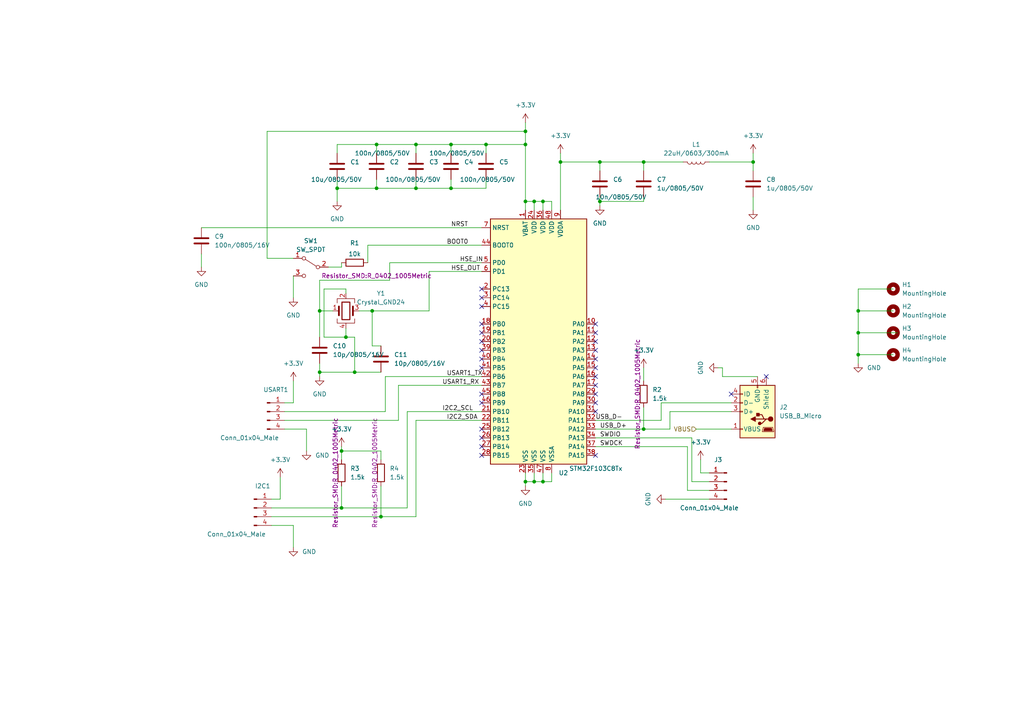
<source format=kicad_sch>
(kicad_sch (version 20211123) (generator eeschema)

  (uuid d636d90a-64a6-4f49-9a76-7341000f0497)

  (paper "A4")

  (lib_symbols
    (symbol "Connector:Conn_01x04_Male" (pin_names (offset 1.016) hide) (in_bom yes) (on_board yes)
      (property "Reference" "J" (id 0) (at 0 5.08 0)
        (effects (font (size 1.27 1.27)))
      )
      (property "Value" "Conn_01x04_Male" (id 1) (at 0 -7.62 0)
        (effects (font (size 1.27 1.27)))
      )
      (property "Footprint" "" (id 2) (at 0 0 0)
        (effects (font (size 1.27 1.27)) hide)
      )
      (property "Datasheet" "~" (id 3) (at 0 0 0)
        (effects (font (size 1.27 1.27)) hide)
      )
      (property "ki_keywords" "connector" (id 4) (at 0 0 0)
        (effects (font (size 1.27 1.27)) hide)
      )
      (property "ki_description" "Generic connector, single row, 01x04, script generated (kicad-library-utils/schlib/autogen/connector/)" (id 5) (at 0 0 0)
        (effects (font (size 1.27 1.27)) hide)
      )
      (property "ki_fp_filters" "Connector*:*_1x??_*" (id 6) (at 0 0 0)
        (effects (font (size 1.27 1.27)) hide)
      )
      (symbol "Conn_01x04_Male_1_1"
        (polyline
          (pts
            (xy 1.27 -5.08)
            (xy 0.8636 -5.08)
          )
          (stroke (width 0.1524) (type default) (color 0 0 0 0))
          (fill (type none))
        )
        (polyline
          (pts
            (xy 1.27 -2.54)
            (xy 0.8636 -2.54)
          )
          (stroke (width 0.1524) (type default) (color 0 0 0 0))
          (fill (type none))
        )
        (polyline
          (pts
            (xy 1.27 0)
            (xy 0.8636 0)
          )
          (stroke (width 0.1524) (type default) (color 0 0 0 0))
          (fill (type none))
        )
        (polyline
          (pts
            (xy 1.27 2.54)
            (xy 0.8636 2.54)
          )
          (stroke (width 0.1524) (type default) (color 0 0 0 0))
          (fill (type none))
        )
        (rectangle (start 0.8636 -4.953) (end 0 -5.207)
          (stroke (width 0.1524) (type default) (color 0 0 0 0))
          (fill (type outline))
        )
        (rectangle (start 0.8636 -2.413) (end 0 -2.667)
          (stroke (width 0.1524) (type default) (color 0 0 0 0))
          (fill (type outline))
        )
        (rectangle (start 0.8636 0.127) (end 0 -0.127)
          (stroke (width 0.1524) (type default) (color 0 0 0 0))
          (fill (type outline))
        )
        (rectangle (start 0.8636 2.667) (end 0 2.413)
          (stroke (width 0.1524) (type default) (color 0 0 0 0))
          (fill (type outline))
        )
        (pin passive line (at 5.08 2.54 180) (length 3.81)
          (name "Pin_1" (effects (font (size 1.27 1.27))))
          (number "1" (effects (font (size 1.27 1.27))))
        )
        (pin passive line (at 5.08 0 180) (length 3.81)
          (name "Pin_2" (effects (font (size 1.27 1.27))))
          (number "2" (effects (font (size 1.27 1.27))))
        )
        (pin passive line (at 5.08 -2.54 180) (length 3.81)
          (name "Pin_3" (effects (font (size 1.27 1.27))))
          (number "3" (effects (font (size 1.27 1.27))))
        )
        (pin passive line (at 5.08 -5.08 180) (length 3.81)
          (name "Pin_4" (effects (font (size 1.27 1.27))))
          (number "4" (effects (font (size 1.27 1.27))))
        )
      )
    )
    (symbol "Connector:USB_B_Micro" (pin_names (offset 1.016)) (in_bom yes) (on_board yes)
      (property "Reference" "J" (id 0) (at -5.08 11.43 0)
        (effects (font (size 1.27 1.27)) (justify left))
      )
      (property "Value" "USB_B_Micro" (id 1) (at -5.08 8.89 0)
        (effects (font (size 1.27 1.27)) (justify left))
      )
      (property "Footprint" "" (id 2) (at 3.81 -1.27 0)
        (effects (font (size 1.27 1.27)) hide)
      )
      (property "Datasheet" "~" (id 3) (at 3.81 -1.27 0)
        (effects (font (size 1.27 1.27)) hide)
      )
      (property "ki_keywords" "connector USB micro" (id 4) (at 0 0 0)
        (effects (font (size 1.27 1.27)) hide)
      )
      (property "ki_description" "USB Micro Type B connector" (id 5) (at 0 0 0)
        (effects (font (size 1.27 1.27)) hide)
      )
      (property "ki_fp_filters" "USB*" (id 6) (at 0 0 0)
        (effects (font (size 1.27 1.27)) hide)
      )
      (symbol "USB_B_Micro_0_1"
        (rectangle (start -5.08 -7.62) (end 5.08 7.62)
          (stroke (width 0.254) (type default) (color 0 0 0 0))
          (fill (type background))
        )
        (circle (center -3.81 2.159) (radius 0.635)
          (stroke (width 0.254) (type default) (color 0 0 0 0))
          (fill (type outline))
        )
        (circle (center -0.635 3.429) (radius 0.381)
          (stroke (width 0.254) (type default) (color 0 0 0 0))
          (fill (type outline))
        )
        (rectangle (start -0.127 -7.62) (end 0.127 -6.858)
          (stroke (width 0) (type default) (color 0 0 0 0))
          (fill (type none))
        )
        (polyline
          (pts
            (xy -1.905 2.159)
            (xy 0.635 2.159)
          )
          (stroke (width 0.254) (type default) (color 0 0 0 0))
          (fill (type none))
        )
        (polyline
          (pts
            (xy -3.175 2.159)
            (xy -2.54 2.159)
            (xy -1.27 3.429)
            (xy -0.635 3.429)
          )
          (stroke (width 0.254) (type default) (color 0 0 0 0))
          (fill (type none))
        )
        (polyline
          (pts
            (xy -2.54 2.159)
            (xy -1.905 2.159)
            (xy -1.27 0.889)
            (xy 0 0.889)
          )
          (stroke (width 0.254) (type default) (color 0 0 0 0))
          (fill (type none))
        )
        (polyline
          (pts
            (xy 0.635 2.794)
            (xy 0.635 1.524)
            (xy 1.905 2.159)
            (xy 0.635 2.794)
          )
          (stroke (width 0.254) (type default) (color 0 0 0 0))
          (fill (type outline))
        )
        (polyline
          (pts
            (xy -4.318 5.588)
            (xy -1.778 5.588)
            (xy -2.032 4.826)
            (xy -4.064 4.826)
            (xy -4.318 5.588)
          )
          (stroke (width 0) (type default) (color 0 0 0 0))
          (fill (type outline))
        )
        (polyline
          (pts
            (xy -4.699 5.842)
            (xy -4.699 5.588)
            (xy -4.445 4.826)
            (xy -4.445 4.572)
            (xy -1.651 4.572)
            (xy -1.651 4.826)
            (xy -1.397 5.588)
            (xy -1.397 5.842)
            (xy -4.699 5.842)
          )
          (stroke (width 0) (type default) (color 0 0 0 0))
          (fill (type none))
        )
        (rectangle (start 0.254 1.27) (end -0.508 0.508)
          (stroke (width 0.254) (type default) (color 0 0 0 0))
          (fill (type outline))
        )
        (rectangle (start 5.08 -5.207) (end 4.318 -4.953)
          (stroke (width 0) (type default) (color 0 0 0 0))
          (fill (type none))
        )
        (rectangle (start 5.08 -2.667) (end 4.318 -2.413)
          (stroke (width 0) (type default) (color 0 0 0 0))
          (fill (type none))
        )
        (rectangle (start 5.08 -0.127) (end 4.318 0.127)
          (stroke (width 0) (type default) (color 0 0 0 0))
          (fill (type none))
        )
        (rectangle (start 5.08 4.953) (end 4.318 5.207)
          (stroke (width 0) (type default) (color 0 0 0 0))
          (fill (type none))
        )
      )
      (symbol "USB_B_Micro_1_1"
        (pin power_out line (at 7.62 5.08 180) (length 2.54)
          (name "VBUS" (effects (font (size 1.27 1.27))))
          (number "1" (effects (font (size 1.27 1.27))))
        )
        (pin bidirectional line (at 7.62 -2.54 180) (length 2.54)
          (name "D-" (effects (font (size 1.27 1.27))))
          (number "2" (effects (font (size 1.27 1.27))))
        )
        (pin bidirectional line (at 7.62 0 180) (length 2.54)
          (name "D+" (effects (font (size 1.27 1.27))))
          (number "3" (effects (font (size 1.27 1.27))))
        )
        (pin passive line (at 7.62 -5.08 180) (length 2.54)
          (name "ID" (effects (font (size 1.27 1.27))))
          (number "4" (effects (font (size 1.27 1.27))))
        )
        (pin power_out line (at 0 -10.16 90) (length 2.54)
          (name "GND" (effects (font (size 1.27 1.27))))
          (number "5" (effects (font (size 1.27 1.27))))
        )
        (pin passive line (at -2.54 -10.16 90) (length 2.54)
          (name "Shield" (effects (font (size 1.27 1.27))))
          (number "6" (effects (font (size 1.27 1.27))))
        )
      )
    )
    (symbol "Device:C" (pin_numbers hide) (pin_names (offset 0.254)) (in_bom yes) (on_board yes)
      (property "Reference" "C" (id 0) (at 0.635 2.54 0)
        (effects (font (size 1.27 1.27)) (justify left))
      )
      (property "Value" "C" (id 1) (at 0.635 -2.54 0)
        (effects (font (size 1.27 1.27)) (justify left))
      )
      (property "Footprint" "" (id 2) (at 0.9652 -3.81 0)
        (effects (font (size 1.27 1.27)) hide)
      )
      (property "Datasheet" "~" (id 3) (at 0 0 0)
        (effects (font (size 1.27 1.27)) hide)
      )
      (property "ki_keywords" "cap capacitor" (id 4) (at 0 0 0)
        (effects (font (size 1.27 1.27)) hide)
      )
      (property "ki_description" "Unpolarized capacitor" (id 5) (at 0 0 0)
        (effects (font (size 1.27 1.27)) hide)
      )
      (property "ki_fp_filters" "C_*" (id 6) (at 0 0 0)
        (effects (font (size 1.27 1.27)) hide)
      )
      (symbol "C_0_1"
        (polyline
          (pts
            (xy -2.032 -0.762)
            (xy 2.032 -0.762)
          )
          (stroke (width 0.508) (type default) (color 0 0 0 0))
          (fill (type none))
        )
        (polyline
          (pts
            (xy -2.032 0.762)
            (xy 2.032 0.762)
          )
          (stroke (width 0.508) (type default) (color 0 0 0 0))
          (fill (type none))
        )
      )
      (symbol "C_1_1"
        (pin passive line (at 0 3.81 270) (length 2.794)
          (name "~" (effects (font (size 1.27 1.27))))
          (number "1" (effects (font (size 1.27 1.27))))
        )
        (pin passive line (at 0 -3.81 90) (length 2.794)
          (name "~" (effects (font (size 1.27 1.27))))
          (number "2" (effects (font (size 1.27 1.27))))
        )
      )
    )
    (symbol "Device:Crystal_GND24" (pin_names (offset 1.016) hide) (in_bom yes) (on_board yes)
      (property "Reference" "Y" (id 0) (at 3.175 5.08 0)
        (effects (font (size 1.27 1.27)) (justify left))
      )
      (property "Value" "Crystal_GND24" (id 1) (at 3.175 3.175 0)
        (effects (font (size 1.27 1.27)) (justify left))
      )
      (property "Footprint" "" (id 2) (at 0 0 0)
        (effects (font (size 1.27 1.27)) hide)
      )
      (property "Datasheet" "~" (id 3) (at 0 0 0)
        (effects (font (size 1.27 1.27)) hide)
      )
      (property "ki_keywords" "quartz ceramic resonator oscillator" (id 4) (at 0 0 0)
        (effects (font (size 1.27 1.27)) hide)
      )
      (property "ki_description" "Four pin crystal, GND on pins 2 and 4" (id 5) (at 0 0 0)
        (effects (font (size 1.27 1.27)) hide)
      )
      (property "ki_fp_filters" "Crystal*" (id 6) (at 0 0 0)
        (effects (font (size 1.27 1.27)) hide)
      )
      (symbol "Crystal_GND24_0_1"
        (rectangle (start -1.143 2.54) (end 1.143 -2.54)
          (stroke (width 0.3048) (type default) (color 0 0 0 0))
          (fill (type none))
        )
        (polyline
          (pts
            (xy -2.54 0)
            (xy -2.032 0)
          )
          (stroke (width 0) (type default) (color 0 0 0 0))
          (fill (type none))
        )
        (polyline
          (pts
            (xy -2.032 -1.27)
            (xy -2.032 1.27)
          )
          (stroke (width 0.508) (type default) (color 0 0 0 0))
          (fill (type none))
        )
        (polyline
          (pts
            (xy 0 -3.81)
            (xy 0 -3.556)
          )
          (stroke (width 0) (type default) (color 0 0 0 0))
          (fill (type none))
        )
        (polyline
          (pts
            (xy 0 3.556)
            (xy 0 3.81)
          )
          (stroke (width 0) (type default) (color 0 0 0 0))
          (fill (type none))
        )
        (polyline
          (pts
            (xy 2.032 -1.27)
            (xy 2.032 1.27)
          )
          (stroke (width 0.508) (type default) (color 0 0 0 0))
          (fill (type none))
        )
        (polyline
          (pts
            (xy 2.032 0)
            (xy 2.54 0)
          )
          (stroke (width 0) (type default) (color 0 0 0 0))
          (fill (type none))
        )
        (polyline
          (pts
            (xy -2.54 -2.286)
            (xy -2.54 -3.556)
            (xy 2.54 -3.556)
            (xy 2.54 -2.286)
          )
          (stroke (width 0) (type default) (color 0 0 0 0))
          (fill (type none))
        )
        (polyline
          (pts
            (xy -2.54 2.286)
            (xy -2.54 3.556)
            (xy 2.54 3.556)
            (xy 2.54 2.286)
          )
          (stroke (width 0) (type default) (color 0 0 0 0))
          (fill (type none))
        )
      )
      (symbol "Crystal_GND24_1_1"
        (pin passive line (at -3.81 0 0) (length 1.27)
          (name "1" (effects (font (size 1.27 1.27))))
          (number "1" (effects (font (size 1.27 1.27))))
        )
        (pin passive line (at 0 5.08 270) (length 1.27)
          (name "2" (effects (font (size 1.27 1.27))))
          (number "2" (effects (font (size 1.27 1.27))))
        )
        (pin passive line (at 3.81 0 180) (length 1.27)
          (name "3" (effects (font (size 1.27 1.27))))
          (number "3" (effects (font (size 1.27 1.27))))
        )
        (pin passive line (at 0 -5.08 90) (length 1.27)
          (name "4" (effects (font (size 1.27 1.27))))
          (number "4" (effects (font (size 1.27 1.27))))
        )
      )
    )
    (symbol "Device:L" (pin_numbers hide) (pin_names (offset 1.016) hide) (in_bom yes) (on_board yes)
      (property "Reference" "L" (id 0) (at -1.27 0 90)
        (effects (font (size 1.27 1.27)))
      )
      (property "Value" "L" (id 1) (at 1.905 0 90)
        (effects (font (size 1.27 1.27)))
      )
      (property "Footprint" "" (id 2) (at 0 0 0)
        (effects (font (size 1.27 1.27)) hide)
      )
      (property "Datasheet" "~" (id 3) (at 0 0 0)
        (effects (font (size 1.27 1.27)) hide)
      )
      (property "ki_keywords" "inductor choke coil reactor magnetic" (id 4) (at 0 0 0)
        (effects (font (size 1.27 1.27)) hide)
      )
      (property "ki_description" "Inductor" (id 5) (at 0 0 0)
        (effects (font (size 1.27 1.27)) hide)
      )
      (property "ki_fp_filters" "Choke_* *Coil* Inductor_* L_*" (id 6) (at 0 0 0)
        (effects (font (size 1.27 1.27)) hide)
      )
      (symbol "L_0_1"
        (arc (start 0 -2.54) (mid 0.635 -1.905) (end 0 -1.27)
          (stroke (width 0) (type default) (color 0 0 0 0))
          (fill (type none))
        )
        (arc (start 0 -1.27) (mid 0.635 -0.635) (end 0 0)
          (stroke (width 0) (type default) (color 0 0 0 0))
          (fill (type none))
        )
        (arc (start 0 0) (mid 0.635 0.635) (end 0 1.27)
          (stroke (width 0) (type default) (color 0 0 0 0))
          (fill (type none))
        )
        (arc (start 0 1.27) (mid 0.635 1.905) (end 0 2.54)
          (stroke (width 0) (type default) (color 0 0 0 0))
          (fill (type none))
        )
      )
      (symbol "L_1_1"
        (pin passive line (at 0 3.81 270) (length 1.27)
          (name "1" (effects (font (size 1.27 1.27))))
          (number "1" (effects (font (size 1.27 1.27))))
        )
        (pin passive line (at 0 -3.81 90) (length 1.27)
          (name "2" (effects (font (size 1.27 1.27))))
          (number "2" (effects (font (size 1.27 1.27))))
        )
      )
    )
    (symbol "Device:R" (pin_numbers hide) (pin_names (offset 0)) (in_bom yes) (on_board yes)
      (property "Reference" "R" (id 0) (at 2.032 0 90)
        (effects (font (size 1.27 1.27)))
      )
      (property "Value" "R" (id 1) (at 0 0 90)
        (effects (font (size 1.27 1.27)))
      )
      (property "Footprint" "" (id 2) (at -1.778 0 90)
        (effects (font (size 1.27 1.27)) hide)
      )
      (property "Datasheet" "~" (id 3) (at 0 0 0)
        (effects (font (size 1.27 1.27)) hide)
      )
      (property "ki_keywords" "R res resistor" (id 4) (at 0 0 0)
        (effects (font (size 1.27 1.27)) hide)
      )
      (property "ki_description" "Resistor" (id 5) (at 0 0 0)
        (effects (font (size 1.27 1.27)) hide)
      )
      (property "ki_fp_filters" "R_*" (id 6) (at 0 0 0)
        (effects (font (size 1.27 1.27)) hide)
      )
      (symbol "R_0_1"
        (rectangle (start -1.016 -2.54) (end 1.016 2.54)
          (stroke (width 0.254) (type default) (color 0 0 0 0))
          (fill (type none))
        )
      )
      (symbol "R_1_1"
        (pin passive line (at 0 3.81 270) (length 1.27)
          (name "~" (effects (font (size 1.27 1.27))))
          (number "1" (effects (font (size 1.27 1.27))))
        )
        (pin passive line (at 0 -3.81 90) (length 1.27)
          (name "~" (effects (font (size 1.27 1.27))))
          (number "2" (effects (font (size 1.27 1.27))))
        )
      )
    )
    (symbol "MCU_ST_STM32F1:STM32F103C8Tx" (in_bom yes) (on_board yes)
      (property "Reference" "U" (id 0) (at -15.24 36.83 0)
        (effects (font (size 1.27 1.27)) (justify left))
      )
      (property "Value" "STM32F103C8Tx" (id 1) (at 7.62 36.83 0)
        (effects (font (size 1.27 1.27)) (justify left))
      )
      (property "Footprint" "Package_QFP:LQFP-48_7x7mm_P0.5mm" (id 2) (at -15.24 -35.56 0)
        (effects (font (size 1.27 1.27)) (justify right) hide)
      )
      (property "Datasheet" "http://www.st.com/st-web-ui/static/active/en/resource/technical/document/datasheet/CD00161566.pdf" (id 3) (at 0 0 0)
        (effects (font (size 1.27 1.27)) hide)
      )
      (property "ki_keywords" "ARM Cortex-M3 STM32F1 STM32F103" (id 4) (at 0 0 0)
        (effects (font (size 1.27 1.27)) hide)
      )
      (property "ki_description" "ARM Cortex-M3 MCU, 64KB flash, 20KB RAM, 72MHz, 2-3.6V, 37 GPIO, LQFP-48" (id 5) (at 0 0 0)
        (effects (font (size 1.27 1.27)) hide)
      )
      (property "ki_fp_filters" "LQFP*7x7mm*P0.5mm*" (id 6) (at 0 0 0)
        (effects (font (size 1.27 1.27)) hide)
      )
      (symbol "STM32F103C8Tx_0_1"
        (rectangle (start -15.24 -35.56) (end 12.7 35.56)
          (stroke (width 0.254) (type default) (color 0 0 0 0))
          (fill (type background))
        )
      )
      (symbol "STM32F103C8Tx_1_1"
        (pin power_in line (at -5.08 38.1 270) (length 2.54)
          (name "VBAT" (effects (font (size 1.27 1.27))))
          (number "1" (effects (font (size 1.27 1.27))))
        )
        (pin bidirectional line (at 15.24 5.08 180) (length 2.54)
          (name "PA0" (effects (font (size 1.27 1.27))))
          (number "10" (effects (font (size 1.27 1.27))))
        )
        (pin bidirectional line (at 15.24 2.54 180) (length 2.54)
          (name "PA1" (effects (font (size 1.27 1.27))))
          (number "11" (effects (font (size 1.27 1.27))))
        )
        (pin bidirectional line (at 15.24 0 180) (length 2.54)
          (name "PA2" (effects (font (size 1.27 1.27))))
          (number "12" (effects (font (size 1.27 1.27))))
        )
        (pin bidirectional line (at 15.24 -2.54 180) (length 2.54)
          (name "PA3" (effects (font (size 1.27 1.27))))
          (number "13" (effects (font (size 1.27 1.27))))
        )
        (pin bidirectional line (at 15.24 -5.08 180) (length 2.54)
          (name "PA4" (effects (font (size 1.27 1.27))))
          (number "14" (effects (font (size 1.27 1.27))))
        )
        (pin bidirectional line (at 15.24 -7.62 180) (length 2.54)
          (name "PA5" (effects (font (size 1.27 1.27))))
          (number "15" (effects (font (size 1.27 1.27))))
        )
        (pin bidirectional line (at 15.24 -10.16 180) (length 2.54)
          (name "PA6" (effects (font (size 1.27 1.27))))
          (number "16" (effects (font (size 1.27 1.27))))
        )
        (pin bidirectional line (at 15.24 -12.7 180) (length 2.54)
          (name "PA7" (effects (font (size 1.27 1.27))))
          (number "17" (effects (font (size 1.27 1.27))))
        )
        (pin bidirectional line (at -17.78 5.08 0) (length 2.54)
          (name "PB0" (effects (font (size 1.27 1.27))))
          (number "18" (effects (font (size 1.27 1.27))))
        )
        (pin bidirectional line (at -17.78 2.54 0) (length 2.54)
          (name "PB1" (effects (font (size 1.27 1.27))))
          (number "19" (effects (font (size 1.27 1.27))))
        )
        (pin bidirectional line (at -17.78 15.24 0) (length 2.54)
          (name "PC13" (effects (font (size 1.27 1.27))))
          (number "2" (effects (font (size 1.27 1.27))))
        )
        (pin bidirectional line (at -17.78 0 0) (length 2.54)
          (name "PB2" (effects (font (size 1.27 1.27))))
          (number "20" (effects (font (size 1.27 1.27))))
        )
        (pin bidirectional line (at -17.78 -20.32 0) (length 2.54)
          (name "PB10" (effects (font (size 1.27 1.27))))
          (number "21" (effects (font (size 1.27 1.27))))
        )
        (pin bidirectional line (at -17.78 -22.86 0) (length 2.54)
          (name "PB11" (effects (font (size 1.27 1.27))))
          (number "22" (effects (font (size 1.27 1.27))))
        )
        (pin power_in line (at -5.08 -38.1 90) (length 2.54)
          (name "VSS" (effects (font (size 1.27 1.27))))
          (number "23" (effects (font (size 1.27 1.27))))
        )
        (pin power_in line (at -2.54 38.1 270) (length 2.54)
          (name "VDD" (effects (font (size 1.27 1.27))))
          (number "24" (effects (font (size 1.27 1.27))))
        )
        (pin bidirectional line (at -17.78 -25.4 0) (length 2.54)
          (name "PB12" (effects (font (size 1.27 1.27))))
          (number "25" (effects (font (size 1.27 1.27))))
        )
        (pin bidirectional line (at -17.78 -27.94 0) (length 2.54)
          (name "PB13" (effects (font (size 1.27 1.27))))
          (number "26" (effects (font (size 1.27 1.27))))
        )
        (pin bidirectional line (at -17.78 -30.48 0) (length 2.54)
          (name "PB14" (effects (font (size 1.27 1.27))))
          (number "27" (effects (font (size 1.27 1.27))))
        )
        (pin bidirectional line (at -17.78 -33.02 0) (length 2.54)
          (name "PB15" (effects (font (size 1.27 1.27))))
          (number "28" (effects (font (size 1.27 1.27))))
        )
        (pin bidirectional line (at 15.24 -15.24 180) (length 2.54)
          (name "PA8" (effects (font (size 1.27 1.27))))
          (number "29" (effects (font (size 1.27 1.27))))
        )
        (pin bidirectional line (at -17.78 12.7 0) (length 2.54)
          (name "PC14" (effects (font (size 1.27 1.27))))
          (number "3" (effects (font (size 1.27 1.27))))
        )
        (pin bidirectional line (at 15.24 -17.78 180) (length 2.54)
          (name "PA9" (effects (font (size 1.27 1.27))))
          (number "30" (effects (font (size 1.27 1.27))))
        )
        (pin bidirectional line (at 15.24 -20.32 180) (length 2.54)
          (name "PA10" (effects (font (size 1.27 1.27))))
          (number "31" (effects (font (size 1.27 1.27))))
        )
        (pin bidirectional line (at 15.24 -22.86 180) (length 2.54)
          (name "PA11" (effects (font (size 1.27 1.27))))
          (number "32" (effects (font (size 1.27 1.27))))
        )
        (pin bidirectional line (at 15.24 -25.4 180) (length 2.54)
          (name "PA12" (effects (font (size 1.27 1.27))))
          (number "33" (effects (font (size 1.27 1.27))))
        )
        (pin bidirectional line (at 15.24 -27.94 180) (length 2.54)
          (name "PA13" (effects (font (size 1.27 1.27))))
          (number "34" (effects (font (size 1.27 1.27))))
        )
        (pin power_in line (at -2.54 -38.1 90) (length 2.54)
          (name "VSS" (effects (font (size 1.27 1.27))))
          (number "35" (effects (font (size 1.27 1.27))))
        )
        (pin power_in line (at 0 38.1 270) (length 2.54)
          (name "VDD" (effects (font (size 1.27 1.27))))
          (number "36" (effects (font (size 1.27 1.27))))
        )
        (pin bidirectional line (at 15.24 -30.48 180) (length 2.54)
          (name "PA14" (effects (font (size 1.27 1.27))))
          (number "37" (effects (font (size 1.27 1.27))))
        )
        (pin bidirectional line (at 15.24 -33.02 180) (length 2.54)
          (name "PA15" (effects (font (size 1.27 1.27))))
          (number "38" (effects (font (size 1.27 1.27))))
        )
        (pin bidirectional line (at -17.78 -2.54 0) (length 2.54)
          (name "PB3" (effects (font (size 1.27 1.27))))
          (number "39" (effects (font (size 1.27 1.27))))
        )
        (pin bidirectional line (at -17.78 10.16 0) (length 2.54)
          (name "PC15" (effects (font (size 1.27 1.27))))
          (number "4" (effects (font (size 1.27 1.27))))
        )
        (pin bidirectional line (at -17.78 -5.08 0) (length 2.54)
          (name "PB4" (effects (font (size 1.27 1.27))))
          (number "40" (effects (font (size 1.27 1.27))))
        )
        (pin bidirectional line (at -17.78 -7.62 0) (length 2.54)
          (name "PB5" (effects (font (size 1.27 1.27))))
          (number "41" (effects (font (size 1.27 1.27))))
        )
        (pin bidirectional line (at -17.78 -10.16 0) (length 2.54)
          (name "PB6" (effects (font (size 1.27 1.27))))
          (number "42" (effects (font (size 1.27 1.27))))
        )
        (pin bidirectional line (at -17.78 -12.7 0) (length 2.54)
          (name "PB7" (effects (font (size 1.27 1.27))))
          (number "43" (effects (font (size 1.27 1.27))))
        )
        (pin input line (at -17.78 27.94 0) (length 2.54)
          (name "BOOT0" (effects (font (size 1.27 1.27))))
          (number "44" (effects (font (size 1.27 1.27))))
        )
        (pin bidirectional line (at -17.78 -15.24 0) (length 2.54)
          (name "PB8" (effects (font (size 1.27 1.27))))
          (number "45" (effects (font (size 1.27 1.27))))
        )
        (pin bidirectional line (at -17.78 -17.78 0) (length 2.54)
          (name "PB9" (effects (font (size 1.27 1.27))))
          (number "46" (effects (font (size 1.27 1.27))))
        )
        (pin power_in line (at 0 -38.1 90) (length 2.54)
          (name "VSS" (effects (font (size 1.27 1.27))))
          (number "47" (effects (font (size 1.27 1.27))))
        )
        (pin power_in line (at 2.54 38.1 270) (length 2.54)
          (name "VDD" (effects (font (size 1.27 1.27))))
          (number "48" (effects (font (size 1.27 1.27))))
        )
        (pin input line (at -17.78 22.86 0) (length 2.54)
          (name "PD0" (effects (font (size 1.27 1.27))))
          (number "5" (effects (font (size 1.27 1.27))))
        )
        (pin input line (at -17.78 20.32 0) (length 2.54)
          (name "PD1" (effects (font (size 1.27 1.27))))
          (number "6" (effects (font (size 1.27 1.27))))
        )
        (pin input line (at -17.78 33.02 0) (length 2.54)
          (name "NRST" (effects (font (size 1.27 1.27))))
          (number "7" (effects (font (size 1.27 1.27))))
        )
        (pin power_in line (at 2.54 -38.1 90) (length 2.54)
          (name "VSSA" (effects (font (size 1.27 1.27))))
          (number "8" (effects (font (size 1.27 1.27))))
        )
        (pin power_in line (at 5.08 38.1 270) (length 2.54)
          (name "VDDA" (effects (font (size 1.27 1.27))))
          (number "9" (effects (font (size 1.27 1.27))))
        )
      )
    )
    (symbol "Mechanical:MountingHole" (pin_names (offset 1.016)) (in_bom yes) (on_board yes)
      (property "Reference" "H" (id 0) (at 0 5.08 0)
        (effects (font (size 1.27 1.27)))
      )
      (property "Value" "MountingHole" (id 1) (at 0 3.175 0)
        (effects (font (size 1.27 1.27)))
      )
      (property "Footprint" "" (id 2) (at 0 0 0)
        (effects (font (size 1.27 1.27)) hide)
      )
      (property "Datasheet" "~" (id 3) (at 0 0 0)
        (effects (font (size 1.27 1.27)) hide)
      )
      (property "ki_keywords" "mounting hole" (id 4) (at 0 0 0)
        (effects (font (size 1.27 1.27)) hide)
      )
      (property "ki_description" "Mounting Hole without connection" (id 5) (at 0 0 0)
        (effects (font (size 1.27 1.27)) hide)
      )
      (property "ki_fp_filters" "MountingHole*" (id 6) (at 0 0 0)
        (effects (font (size 1.27 1.27)) hide)
      )
      (symbol "MountingHole_0_1"
        (circle (center 0 0) (radius 1.27)
          (stroke (width 1.27) (type default) (color 0 0 0 0))
          (fill (type none))
        )
      )
    )
    (symbol "Switch:SW_SPDT" (pin_names (offset 0) hide) (in_bom yes) (on_board yes)
      (property "Reference" "SW" (id 0) (at 0 4.318 0)
        (effects (font (size 1.27 1.27)))
      )
      (property "Value" "SW_SPDT" (id 1) (at 0 -5.08 0)
        (effects (font (size 1.27 1.27)))
      )
      (property "Footprint" "" (id 2) (at 0 0 0)
        (effects (font (size 1.27 1.27)) hide)
      )
      (property "Datasheet" "~" (id 3) (at 0 0 0)
        (effects (font (size 1.27 1.27)) hide)
      )
      (property "ki_keywords" "switch single-pole double-throw spdt ON-ON" (id 4) (at 0 0 0)
        (effects (font (size 1.27 1.27)) hide)
      )
      (property "ki_description" "Switch, single pole double throw" (id 5) (at 0 0 0)
        (effects (font (size 1.27 1.27)) hide)
      )
      (symbol "SW_SPDT_0_0"
        (circle (center -2.032 0) (radius 0.508)
          (stroke (width 0) (type default) (color 0 0 0 0))
          (fill (type none))
        )
        (circle (center 2.032 -2.54) (radius 0.508)
          (stroke (width 0) (type default) (color 0 0 0 0))
          (fill (type none))
        )
      )
      (symbol "SW_SPDT_0_1"
        (polyline
          (pts
            (xy -1.524 0.254)
            (xy 1.651 2.286)
          )
          (stroke (width 0) (type default) (color 0 0 0 0))
          (fill (type none))
        )
        (circle (center 2.032 2.54) (radius 0.508)
          (stroke (width 0) (type default) (color 0 0 0 0))
          (fill (type none))
        )
      )
      (symbol "SW_SPDT_1_1"
        (pin passive line (at 5.08 2.54 180) (length 2.54)
          (name "A" (effects (font (size 1.27 1.27))))
          (number "1" (effects (font (size 1.27 1.27))))
        )
        (pin passive line (at -5.08 0 0) (length 2.54)
          (name "B" (effects (font (size 1.27 1.27))))
          (number "2" (effects (font (size 1.27 1.27))))
        )
        (pin passive line (at 5.08 -2.54 180) (length 2.54)
          (name "C" (effects (font (size 1.27 1.27))))
          (number "3" (effects (font (size 1.27 1.27))))
        )
      )
    )
    (symbol "power:+3.3V" (power) (pin_names (offset 0)) (in_bom yes) (on_board yes)
      (property "Reference" "#PWR" (id 0) (at 0 -3.81 0)
        (effects (font (size 1.27 1.27)) hide)
      )
      (property "Value" "+3.3V" (id 1) (at 0 3.556 0)
        (effects (font (size 1.27 1.27)))
      )
      (property "Footprint" "" (id 2) (at 0 0 0)
        (effects (font (size 1.27 1.27)) hide)
      )
      (property "Datasheet" "" (id 3) (at 0 0 0)
        (effects (font (size 1.27 1.27)) hide)
      )
      (property "ki_keywords" "power-flag" (id 4) (at 0 0 0)
        (effects (font (size 1.27 1.27)) hide)
      )
      (property "ki_description" "Power symbol creates a global label with name \"+3.3V\"" (id 5) (at 0 0 0)
        (effects (font (size 1.27 1.27)) hide)
      )
      (symbol "+3.3V_0_1"
        (polyline
          (pts
            (xy -0.762 1.27)
            (xy 0 2.54)
          )
          (stroke (width 0) (type default) (color 0 0 0 0))
          (fill (type none))
        )
        (polyline
          (pts
            (xy 0 0)
            (xy 0 2.54)
          )
          (stroke (width 0) (type default) (color 0 0 0 0))
          (fill (type none))
        )
        (polyline
          (pts
            (xy 0 2.54)
            (xy 0.762 1.27)
          )
          (stroke (width 0) (type default) (color 0 0 0 0))
          (fill (type none))
        )
      )
      (symbol "+3.3V_1_1"
        (pin power_in line (at 0 0 90) (length 0) hide
          (name "+3.3V" (effects (font (size 1.27 1.27))))
          (number "1" (effects (font (size 1.27 1.27))))
        )
      )
    )
    (symbol "power:GND" (power) (pin_names (offset 0)) (in_bom yes) (on_board yes)
      (property "Reference" "#PWR" (id 0) (at 0 -6.35 0)
        (effects (font (size 1.27 1.27)) hide)
      )
      (property "Value" "GND" (id 1) (at 0 -3.81 0)
        (effects (font (size 1.27 1.27)))
      )
      (property "Footprint" "" (id 2) (at 0 0 0)
        (effects (font (size 1.27 1.27)) hide)
      )
      (property "Datasheet" "" (id 3) (at 0 0 0)
        (effects (font (size 1.27 1.27)) hide)
      )
      (property "ki_keywords" "power-flag" (id 4) (at 0 0 0)
        (effects (font (size 1.27 1.27)) hide)
      )
      (property "ki_description" "Power symbol creates a global label with name \"GND\" , ground" (id 5) (at 0 0 0)
        (effects (font (size 1.27 1.27)) hide)
      )
      (symbol "GND_0_1"
        (polyline
          (pts
            (xy 0 0)
            (xy 0 -1.27)
            (xy 1.27 -1.27)
            (xy 0 -2.54)
            (xy -1.27 -1.27)
            (xy 0 -1.27)
          )
          (stroke (width 0) (type default) (color 0 0 0 0))
          (fill (type none))
        )
      )
      (symbol "GND_1_1"
        (pin power_in line (at 0 0 270) (length 0) hide
          (name "GND" (effects (font (size 1.27 1.27))))
          (number "1" (effects (font (size 1.27 1.27))))
        )
      )
    )
  )

  (junction (at 248.92 90.17) (diameter 0) (color 0 0 0 0)
    (uuid 04252067-f804-4a53-91df-edf97a894128)
  )
  (junction (at 140.97 41.91) (diameter 0) (color 0 0 0 0)
    (uuid 14d8d9da-91a9-4e3b-82f4-f39f65495eef)
  )
  (junction (at 102.87 107.95) (diameter 0) (color 0 0 0 0)
    (uuid 22fe9e5d-191b-4adc-b18c-65ee4224b0d2)
  )
  (junction (at 152.4 139.7) (diameter 0) (color 0 0 0 0)
    (uuid 2a778579-5cc9-4173-b6e1-549ef7c31ebb)
  )
  (junction (at 218.44 46.99) (diameter 0) (color 0 0 0 0)
    (uuid 3013df8b-bc60-4dc0-ab0e-0317476ef714)
  )
  (junction (at 186.69 46.99) (diameter 0) (color 0 0 0 0)
    (uuid 32d201d9-3442-4306-8d80-9904d0f15cc6)
  )
  (junction (at 154.94 58.42) (diameter 0) (color 0 0 0 0)
    (uuid 3c3f52c0-8d12-4de5-bcd7-63e6a4e56b0b)
  )
  (junction (at 152.4 41.91) (diameter 0) (color 0 0 0 0)
    (uuid 41dd23a2-a299-4eec-8ca6-e7ba17c94586)
  )
  (junction (at 97.79 54.61) (diameter 0) (color 0 0 0 0)
    (uuid 48c70123-8403-4f7a-9599-fb3517115c00)
  )
  (junction (at 99.06 147.32) (diameter 0) (color 0 0 0 0)
    (uuid 494bb173-6070-4b66-8944-b6fdc675a26c)
  )
  (junction (at 154.94 139.7) (diameter 0) (color 0 0 0 0)
    (uuid 4d65514e-3623-4e07-9589-47eeb4e5fd53)
  )
  (junction (at 100.33 97.79) (diameter 0) (color 0 0 0 0)
    (uuid 4f5a8266-8fbb-4791-bc60-c6301b9aad04)
  )
  (junction (at 92.71 90.17) (diameter 0) (color 0 0 0 0)
    (uuid 549ef10b-e961-449a-b89e-47fbfb2388c6)
  )
  (junction (at 130.81 41.91) (diameter 0) (color 0 0 0 0)
    (uuid 5b6a008d-ff7b-489c-87fe-aa65a81588d4)
  )
  (junction (at 157.48 58.42) (diameter 0) (color 0 0 0 0)
    (uuid 5cfb956e-7adc-499b-bb48-23d9581bb7c8)
  )
  (junction (at 186.69 124.46) (diameter 0) (color 0 0 0 0)
    (uuid 5f32c136-db4c-416c-9f97-8d42527a21ab)
  )
  (junction (at 110.49 149.86) (diameter 0) (color 0 0 0 0)
    (uuid 623b5226-8aa6-48b2-9d04-503758828ff4)
  )
  (junction (at 92.71 107.95) (diameter 0) (color 0 0 0 0)
    (uuid 6bf5523a-007b-42a5-b3c2-2661e4b1bc54)
  )
  (junction (at 130.81 54.61) (diameter 0) (color 0 0 0 0)
    (uuid 6eed291d-c927-4f1d-9ca1-982f9b73c834)
  )
  (junction (at 173.99 58.42) (diameter 0) (color 0 0 0 0)
    (uuid 8c6c96da-e542-41e1-885d-bb015732896f)
  )
  (junction (at 173.99 46.99) (diameter 0) (color 0 0 0 0)
    (uuid 8d4a8476-e7a5-41c7-a1b9-8286b27573f2)
  )
  (junction (at 120.65 54.61) (diameter 0) (color 0 0 0 0)
    (uuid 8efe5837-59d2-48eb-9e08-22e57c4ef385)
  )
  (junction (at 162.56 46.99) (diameter 0) (color 0 0 0 0)
    (uuid b5881125-b188-47fb-a99b-0cc84016ab3c)
  )
  (junction (at 120.65 41.91) (diameter 0) (color 0 0 0 0)
    (uuid bf3cceff-4c7a-40cc-ab29-6be9f308b348)
  )
  (junction (at 248.92 102.87) (diameter 0) (color 0 0 0 0)
    (uuid bff7fdf6-6d04-49be-806a-11b92e0a6649)
  )
  (junction (at 248.92 96.52) (diameter 0) (color 0 0 0 0)
    (uuid c096694f-d26b-433d-8415-ffca8fa81007)
  )
  (junction (at 107.95 90.17) (diameter 0) (color 0 0 0 0)
    (uuid c618ac92-04bb-429f-bec9-40395434f7e4)
  )
  (junction (at 99.06 130.81) (diameter 0) (color 0 0 0 0)
    (uuid d72c343a-7eca-4d42-91c1-f95416e8d4b0)
  )
  (junction (at 109.22 41.91) (diameter 0) (color 0 0 0 0)
    (uuid d839348d-847f-45e9-9c0c-7a294163b71f)
  )
  (junction (at 152.4 38.1) (diameter 0) (color 0 0 0 0)
    (uuid da5f18a1-5093-41b9-b7f9-f8782217a364)
  )
  (junction (at 152.4 58.42) (diameter 0) (color 0 0 0 0)
    (uuid e6f1084b-3397-4f0d-8a1c-fd0121a51ad1)
  )
  (junction (at 157.48 139.7) (diameter 0) (color 0 0 0 0)
    (uuid e7104878-f8eb-4914-863d-2743a11a01fc)
  )
  (junction (at 109.22 54.61) (diameter 0) (color 0 0 0 0)
    (uuid ff37d77f-3326-46cf-a5e8-94643685c5a3)
  )

  (no_connect (at 172.72 109.22) (uuid 00a898b2-50d6-488e-bdc2-fcfbdb4e66d0))
  (no_connect (at 139.7 132.08) (uuid 04e106c4-f68d-4146-b4e1-2499cd4f7719))
  (no_connect (at 172.72 119.38) (uuid 0a610f46-1ef5-48ba-9c95-915261442586))
  (no_connect (at 172.72 96.52) (uuid 0c23346c-28cb-4699-8973-11036f2a016f))
  (no_connect (at 172.72 111.76) (uuid 11210a07-a6ad-4213-83d1-1cc4d23a75fb))
  (no_connect (at 139.7 86.36) (uuid 17a28e8c-a8a0-4cfe-a4fa-3409e519024f))
  (no_connect (at 139.7 129.54) (uuid 227edc54-cf3b-4cbe-8986-b04db97cacab))
  (no_connect (at 139.7 116.84) (uuid 3659c3d0-6589-4dff-ad34-fbb950c339a8))
  (no_connect (at 139.7 88.9) (uuid 39a573d1-5e17-4829-94dc-e93878984167))
  (no_connect (at 172.72 116.84) (uuid 3a4945cc-b587-48e4-a2e1-c9af224f0b87))
  (no_connect (at 139.7 101.6) (uuid 4a23e078-510b-491b-b679-7de9b45e5b0e))
  (no_connect (at 139.7 93.98) (uuid 4ad99709-95fc-492e-aa57-64930e897920))
  (no_connect (at 222.25 109.22) (uuid 53cd2054-0914-4a34-ba90-89b40dd55ed4))
  (no_connect (at 139.7 83.82) (uuid 53e6c2f0-d5d8-4f61-a46a-a4969118329d))
  (no_connect (at 172.72 104.14) (uuid 56ccf3cc-d08a-4e8d-b48e-16ddc60abf3c))
  (no_connect (at 139.7 106.68) (uuid 5f8caa4d-85f8-40a9-b8bb-d3db94c0e103))
  (no_connect (at 172.72 132.08) (uuid 639e3471-0687-462c-8ef6-91745cf3c98a))
  (no_connect (at 139.7 124.46) (uuid 6c55f70f-8527-46d7-a445-1188113da7d2))
  (no_connect (at 172.72 99.06) (uuid 7b27ddd1-e1e9-4f24-bfa6-60643a84d57f))
  (no_connect (at 139.7 99.06) (uuid 82114850-32af-456b-a58c-06eda2435ef8))
  (no_connect (at 139.7 127) (uuid 90a5b186-6ade-4d1e-bb6e-95496247cea4))
  (no_connect (at 139.7 104.14) (uuid a40eba4e-e030-4b19-92cc-e66c279d6d37))
  (no_connect (at 212.09 114.3) (uuid b05d9188-ee5e-4a34-95ea-0324739ea48d))
  (no_connect (at 139.7 114.3) (uuid b41ebfae-6c0f-4f9b-8f27-9c7677610d2c))
  (no_connect (at 172.72 114.3) (uuid b6ec9bc5-47a5-4c5c-b7b5-70862811ac1b))
  (no_connect (at 139.7 96.52) (uuid ce1771e0-20e9-4324-9101-ab9ee7df66b1))
  (no_connect (at 172.72 93.98) (uuid ce625157-14c6-4088-b702-34b94e71fedf))
  (no_connect (at 172.72 101.6) (uuid ced6b5ad-e0c2-4feb-be48-97f6350902c4))
  (no_connect (at 172.72 106.68) (uuid e32d655c-337d-43d5-94e9-349420ef86fd))

  (wire (pts (xy 97.79 52.07) (xy 97.79 54.61))
    (stroke (width 0) (type default) (color 0 0 0 0))
    (uuid 007ea16a-0b1a-434a-b19d-520e95c66ab6)
  )
  (wire (pts (xy 140.97 54.61) (xy 140.97 52.07))
    (stroke (width 0) (type default) (color 0 0 0 0))
    (uuid 0098582e-8abf-4ef9-8109-cab3a498de5b)
  )
  (wire (pts (xy 78.74 147.32) (xy 99.06 147.32))
    (stroke (width 0) (type default) (color 0 0 0 0))
    (uuid 010f3302-5062-4137-80bf-60dbb27f358c)
  )
  (wire (pts (xy 110.49 140.97) (xy 110.49 149.86))
    (stroke (width 0) (type default) (color 0 0 0 0))
    (uuid 034a3638-59a4-4963-ab7a-c98eaf96c2a1)
  )
  (wire (pts (xy 191.77 121.92) (xy 191.77 116.84))
    (stroke (width 0) (type default) (color 0 0 0 0))
    (uuid 036e8660-a446-4a65-b494-514d5071900a)
  )
  (wire (pts (xy 99.06 130.81) (xy 99.06 133.35))
    (stroke (width 0) (type default) (color 0 0 0 0))
    (uuid 036f2c72-cb57-4da1-9231-d241367380b7)
  )
  (wire (pts (xy 172.72 121.92) (xy 191.77 121.92))
    (stroke (width 0) (type default) (color 0 0 0 0))
    (uuid 04211035-4672-4b9b-8bb4-0fcaa14f3088)
  )
  (wire (pts (xy 102.87 107.95) (xy 110.49 107.95))
    (stroke (width 0) (type default) (color 0 0 0 0))
    (uuid 04c42c2d-10f1-4555-a5f1-96efca3647e2)
  )
  (wire (pts (xy 92.71 81.28) (xy 113.03 81.28))
    (stroke (width 0) (type default) (color 0 0 0 0))
    (uuid 05ff1a52-6f33-4708-b4f5-009b5aee7492)
  )
  (wire (pts (xy 97.79 41.91) (xy 109.22 41.91))
    (stroke (width 0) (type default) (color 0 0 0 0))
    (uuid 083ca64c-5a76-4aad-a4e7-35869eccecb1)
  )
  (wire (pts (xy 92.71 90.17) (xy 96.52 90.17))
    (stroke (width 0) (type default) (color 0 0 0 0))
    (uuid 09a4256a-a7fd-492b-867d-dcd57544769d)
  )
  (wire (pts (xy 173.99 58.42) (xy 173.99 59.69))
    (stroke (width 0) (type default) (color 0 0 0 0))
    (uuid 0eaa6b82-cce9-42d8-9ee7-e46514777616)
  )
  (wire (pts (xy 199.39 142.24) (xy 205.74 142.24))
    (stroke (width 0) (type default) (color 0 0 0 0))
    (uuid 0fad9ad2-9af7-4b50-96c3-f10c148a26c3)
  )
  (wire (pts (xy 109.22 54.61) (xy 120.65 54.61))
    (stroke (width 0) (type default) (color 0 0 0 0))
    (uuid 0fe27351-a9ca-4ff9-a532-729e346c05e1)
  )
  (wire (pts (xy 118.11 119.38) (xy 139.7 119.38))
    (stroke (width 0) (type default) (color 0 0 0 0))
    (uuid 123eefa7-3489-4198-8c00-8d9fe17ca1c3)
  )
  (wire (pts (xy 173.99 57.15) (xy 173.99 58.42))
    (stroke (width 0) (type default) (color 0 0 0 0))
    (uuid 1251f8be-03e6-4bfc-b1f9-7fde71ea3065)
  )
  (wire (pts (xy 186.69 106.68) (xy 186.69 110.49))
    (stroke (width 0) (type default) (color 0 0 0 0))
    (uuid 12ef2084-715e-4696-a1f7-b9f98d398fad)
  )
  (wire (pts (xy 172.72 129.54) (xy 199.39 129.54))
    (stroke (width 0) (type default) (color 0 0 0 0))
    (uuid 1745dde6-a418-4c32-954c-df66e7a8bfa3)
  )
  (wire (pts (xy 173.99 46.99) (xy 173.99 49.53))
    (stroke (width 0) (type default) (color 0 0 0 0))
    (uuid 1a3d43bc-1f57-444c-bdc1-d52f0b65f159)
  )
  (wire (pts (xy 130.81 41.91) (xy 130.81 44.45))
    (stroke (width 0) (type default) (color 0 0 0 0))
    (uuid 1ab3c0a0-8dbe-465e-a8ac-9284c114804a)
  )
  (wire (pts (xy 248.92 96.52) (xy 248.92 102.87))
    (stroke (width 0) (type default) (color 0 0 0 0))
    (uuid 1d021b2d-135d-485d-bc9c-8f820abf46f5)
  )
  (wire (pts (xy 218.44 46.99) (xy 218.44 49.53))
    (stroke (width 0) (type default) (color 0 0 0 0))
    (uuid 1f7769c2-2720-4a60-a74a-2f0a5f0fa925)
  )
  (wire (pts (xy 130.81 41.91) (xy 140.97 41.91))
    (stroke (width 0) (type default) (color 0 0 0 0))
    (uuid 20f24d82-ea5b-4a31-9def-f9082bc2acda)
  )
  (wire (pts (xy 107.95 100.33) (xy 110.49 100.33))
    (stroke (width 0) (type default) (color 0 0 0 0))
    (uuid 231345f8-b29e-4848-8a6b-132959d0aa64)
  )
  (wire (pts (xy 58.42 66.04) (xy 139.7 66.04))
    (stroke (width 0) (type default) (color 0 0 0 0))
    (uuid 24d4c86e-26f9-475c-aa03-30c3f01d2514)
  )
  (wire (pts (xy 110.49 133.35) (xy 110.49 130.81))
    (stroke (width 0) (type default) (color 0 0 0 0))
    (uuid 2611b364-0799-4637-afe6-69b42b5e91eb)
  )
  (wire (pts (xy 92.71 107.95) (xy 102.87 107.95))
    (stroke (width 0) (type default) (color 0 0 0 0))
    (uuid 26a3a9fa-2a57-4bfc-ac61-64033ba145de)
  )
  (wire (pts (xy 92.71 81.28) (xy 92.71 90.17))
    (stroke (width 0) (type default) (color 0 0 0 0))
    (uuid 2be2b2bf-1f2a-401d-a8c0-52008ac008e4)
  )
  (wire (pts (xy 120.65 54.61) (xy 130.81 54.61))
    (stroke (width 0) (type default) (color 0 0 0 0))
    (uuid 2c1d9562-408c-433c-a202-3eb65ddccf18)
  )
  (wire (pts (xy 160.02 58.42) (xy 160.02 60.96))
    (stroke (width 0) (type default) (color 0 0 0 0))
    (uuid 2c4f5fb5-7280-41b0-9b20-521edf84d045)
  )
  (wire (pts (xy 154.94 137.16) (xy 154.94 139.7))
    (stroke (width 0) (type default) (color 0 0 0 0))
    (uuid 2f0f0bcb-73fc-4c4b-8b91-b00dcc14f335)
  )
  (wire (pts (xy 97.79 44.45) (xy 97.79 41.91))
    (stroke (width 0) (type default) (color 0 0 0 0))
    (uuid 30297bb1-3dde-4f35-a20c-d714d9bf4c19)
  )
  (wire (pts (xy 85.09 80.01) (xy 85.09 86.36))
    (stroke (width 0) (type default) (color 0 0 0 0))
    (uuid 33ca055b-b76f-4d2e-bf5e-28f5f3b9faeb)
  )
  (wire (pts (xy 111.76 119.38) (xy 111.76 109.22))
    (stroke (width 0) (type default) (color 0 0 0 0))
    (uuid 36b4046f-4d9b-44c5-96c3-a9f3392b8e38)
  )
  (wire (pts (xy 88.9 124.46) (xy 88.9 130.81))
    (stroke (width 0) (type default) (color 0 0 0 0))
    (uuid 3751a3bf-0de3-4c64-97a7-aa8cd4b24fcb)
  )
  (wire (pts (xy 248.92 102.87) (xy 248.92 105.41))
    (stroke (width 0) (type default) (color 0 0 0 0))
    (uuid 37c152cd-2a65-4d94-b346-89ecfeba4833)
  )
  (wire (pts (xy 259.08 83.82) (xy 248.92 83.82))
    (stroke (width 0) (type default) (color 0 0 0 0))
    (uuid 37d6413b-a6af-4f34-8883-ca99f27a82ca)
  )
  (wire (pts (xy 82.55 124.46) (xy 88.9 124.46))
    (stroke (width 0) (type default) (color 0 0 0 0))
    (uuid 387017c3-2e37-4f42-892e-9daf2c355420)
  )
  (wire (pts (xy 118.11 147.32) (xy 118.11 119.38))
    (stroke (width 0) (type default) (color 0 0 0 0))
    (uuid 3e88244a-351d-46a3-ad2e-1b15c9fcec7b)
  )
  (wire (pts (xy 218.44 57.15) (xy 218.44 60.96))
    (stroke (width 0) (type default) (color 0 0 0 0))
    (uuid 3fd23c3c-c872-4a4a-af16-326c232df790)
  )
  (wire (pts (xy 99.06 130.81) (xy 110.49 130.81))
    (stroke (width 0) (type default) (color 0 0 0 0))
    (uuid 41303cba-0f0c-4aeb-ba16-774630a88f4b)
  )
  (wire (pts (xy 186.69 118.11) (xy 186.69 124.46))
    (stroke (width 0) (type default) (color 0 0 0 0))
    (uuid 442b66d8-0f02-490e-bbba-9f2bd4a9ad0c)
  )
  (wire (pts (xy 109.22 41.91) (xy 120.65 41.91))
    (stroke (width 0) (type default) (color 0 0 0 0))
    (uuid 476286ae-58e9-4b6c-a0cd-ade69a7860fb)
  )
  (wire (pts (xy 120.65 121.92) (xy 120.65 149.86))
    (stroke (width 0) (type default) (color 0 0 0 0))
    (uuid 47e568b6-2efd-46c8-8bbe-838371cb63e7)
  )
  (wire (pts (xy 93.98 83.82) (xy 93.98 97.79))
    (stroke (width 0) (type default) (color 0 0 0 0))
    (uuid 4844b1de-950e-419b-abdb-e40de3f34a0e)
  )
  (wire (pts (xy 109.22 52.07) (xy 109.22 54.61))
    (stroke (width 0) (type default) (color 0 0 0 0))
    (uuid 486ef15e-fba2-4ba4-b578-0b26081b70e2)
  )
  (wire (pts (xy 205.74 46.99) (xy 218.44 46.99))
    (stroke (width 0) (type default) (color 0 0 0 0))
    (uuid 48eaec82-5c98-4233-9fd4-841a7e2d634e)
  )
  (wire (pts (xy 111.76 109.22) (xy 139.7 109.22))
    (stroke (width 0) (type default) (color 0 0 0 0))
    (uuid 4dfc69b1-54c7-414d-b539-7bbb0e322628)
  )
  (wire (pts (xy 162.56 44.45) (xy 162.56 46.99))
    (stroke (width 0) (type default) (color 0 0 0 0))
    (uuid 4e651b8d-7f4c-4d5f-b308-81d5aeedfd51)
  )
  (wire (pts (xy 173.99 46.99) (xy 186.69 46.99))
    (stroke (width 0) (type default) (color 0 0 0 0))
    (uuid 4e864eb8-0574-4469-a7a6-a5b24145db51)
  )
  (wire (pts (xy 200.66 139.7) (xy 205.74 139.7))
    (stroke (width 0) (type default) (color 0 0 0 0))
    (uuid 4ed45f1b-715f-4bbe-9970-6b8b5bec8631)
  )
  (wire (pts (xy 152.4 38.1) (xy 152.4 41.91))
    (stroke (width 0) (type default) (color 0 0 0 0))
    (uuid 4fa8a9ed-829a-4999-b431-c9bde1948770)
  )
  (wire (pts (xy 130.81 54.61) (xy 140.97 54.61))
    (stroke (width 0) (type default) (color 0 0 0 0))
    (uuid 52f8dec6-9a6d-46f5-8d19-1322d685a410)
  )
  (wire (pts (xy 110.49 149.86) (xy 78.74 149.86))
    (stroke (width 0) (type default) (color 0 0 0 0))
    (uuid 5632ddb6-45a2-4ee3-a017-cac9da683df2)
  )
  (wire (pts (xy 193.04 144.78) (xy 205.74 144.78))
    (stroke (width 0) (type default) (color 0 0 0 0))
    (uuid 58d07719-4b8b-4f89-a71a-756218506e0d)
  )
  (wire (pts (xy 186.69 124.46) (xy 194.31 124.46))
    (stroke (width 0) (type default) (color 0 0 0 0))
    (uuid 597e833c-ba02-4083-95b4-05c2a41d0483)
  )
  (wire (pts (xy 203.2 133.35) (xy 203.2 137.16))
    (stroke (width 0) (type default) (color 0 0 0 0))
    (uuid 5de6d759-fb05-4fc6-95e4-0f28cbef6dc0)
  )
  (wire (pts (xy 100.33 95.25) (xy 100.33 97.79))
    (stroke (width 0) (type default) (color 0 0 0 0))
    (uuid 5e89b447-8c4e-4fd1-baea-b874dba5bbb8)
  )
  (wire (pts (xy 109.22 41.91) (xy 109.22 44.45))
    (stroke (width 0) (type default) (color 0 0 0 0))
    (uuid 5ee04203-1980-4d1e-ad69-eadcd277b658)
  )
  (wire (pts (xy 173.99 58.42) (xy 186.69 58.42))
    (stroke (width 0) (type default) (color 0 0 0 0))
    (uuid 6002969a-a178-472d-b46c-84fa7de34e74)
  )
  (wire (pts (xy 162.56 46.99) (xy 173.99 46.99))
    (stroke (width 0) (type default) (color 0 0 0 0))
    (uuid 611cee47-ffd9-435e-9cde-8ada1bfaa81a)
  )
  (wire (pts (xy 106.68 71.12) (xy 139.7 71.12))
    (stroke (width 0) (type default) (color 0 0 0 0))
    (uuid 63c07253-bc3d-4251-a765-a3f438fc3e49)
  )
  (wire (pts (xy 152.4 58.42) (xy 154.94 58.42))
    (stroke (width 0) (type default) (color 0 0 0 0))
    (uuid 66b05937-1fdf-46f4-9534-41eb065e4381)
  )
  (wire (pts (xy 85.09 116.84) (xy 85.09 110.49))
    (stroke (width 0) (type default) (color 0 0 0 0))
    (uuid 673ea3e5-b22c-4ef2-8f8c-fbb225ec1be4)
  )
  (wire (pts (xy 172.72 127) (xy 200.66 127))
    (stroke (width 0) (type default) (color 0 0 0 0))
    (uuid 6cf1a2c7-2fe8-4b8e-9b99-29dd7d348e71)
  )
  (wire (pts (xy 199.39 129.54) (xy 199.39 142.24))
    (stroke (width 0) (type default) (color 0 0 0 0))
    (uuid 715cbd8f-3ec2-4b75-8fb3-eac39694f0f9)
  )
  (wire (pts (xy 152.4 38.1) (xy 77.47 38.1))
    (stroke (width 0) (type default) (color 0 0 0 0))
    (uuid 73ba4cc5-bf70-4417-b70f-2e448559684c)
  )
  (wire (pts (xy 157.48 58.42) (xy 160.02 58.42))
    (stroke (width 0) (type default) (color 0 0 0 0))
    (uuid 740d9f4b-ef3c-492d-b635-8545685e767b)
  )
  (wire (pts (xy 157.48 137.16) (xy 157.48 139.7))
    (stroke (width 0) (type default) (color 0 0 0 0))
    (uuid 75061a91-0de9-49a7-9cbf-f2549b0e2293)
  )
  (wire (pts (xy 186.69 46.99) (xy 186.69 49.53))
    (stroke (width 0) (type default) (color 0 0 0 0))
    (uuid 7705e873-7296-4260-8bb6-b02e70b0bd22)
  )
  (wire (pts (xy 172.72 124.46) (xy 186.69 124.46))
    (stroke (width 0) (type default) (color 0 0 0 0))
    (uuid 78afab6e-6c2c-4623-9df4-6303781b6792)
  )
  (wire (pts (xy 100.33 85.09) (xy 100.33 83.82))
    (stroke (width 0) (type default) (color 0 0 0 0))
    (uuid 78b13c71-54d9-4998-88b3-912145af1f58)
  )
  (wire (pts (xy 209.55 106.68) (xy 208.28 106.68))
    (stroke (width 0) (type default) (color 0 0 0 0))
    (uuid 7a1cc374-d151-4d7b-aeb6-c2bea0ea6bfa)
  )
  (wire (pts (xy 248.92 102.87) (xy 259.08 102.87))
    (stroke (width 0) (type default) (color 0 0 0 0))
    (uuid 7bfae499-3389-475a-b203-4a7725f2e948)
  )
  (wire (pts (xy 82.55 116.84) (xy 85.09 116.84))
    (stroke (width 0) (type default) (color 0 0 0 0))
    (uuid 7d699072-52f3-4f87-bee0-1d360eebd2a5)
  )
  (wire (pts (xy 152.4 139.7) (xy 152.4 140.97))
    (stroke (width 0) (type default) (color 0 0 0 0))
    (uuid 80496173-8267-49bb-a56d-5733792adc5c)
  )
  (wire (pts (xy 99.06 129.54) (xy 99.06 130.81))
    (stroke (width 0) (type default) (color 0 0 0 0))
    (uuid 81bcd8f1-4ffb-4fa3-b7b7-172da069c36d)
  )
  (wire (pts (xy 130.81 52.07) (xy 130.81 54.61))
    (stroke (width 0) (type default) (color 0 0 0 0))
    (uuid 826f06cc-7e3b-4728-ac53-738cd847555c)
  )
  (wire (pts (xy 115.57 111.76) (xy 139.7 111.76))
    (stroke (width 0) (type default) (color 0 0 0 0))
    (uuid 82accaa7-461f-4eeb-89c2-78a7b34bcdeb)
  )
  (wire (pts (xy 248.92 96.52) (xy 260.35 96.52))
    (stroke (width 0) (type default) (color 0 0 0 0))
    (uuid 856a81d9-7207-4850-819d-4e52c4557bfc)
  )
  (wire (pts (xy 248.92 90.17) (xy 248.92 96.52))
    (stroke (width 0) (type default) (color 0 0 0 0))
    (uuid 865497a2-2c24-4f63-9d2b-616f8d56d3a6)
  )
  (wire (pts (xy 160.02 139.7) (xy 160.02 137.16))
    (stroke (width 0) (type default) (color 0 0 0 0))
    (uuid 89175e4b-f3b9-4a4b-b7d5-2b6642a558c5)
  )
  (wire (pts (xy 162.56 46.99) (xy 162.56 60.96))
    (stroke (width 0) (type default) (color 0 0 0 0))
    (uuid 899e1191-7ff2-42a9-8be4-bd7f2eade957)
  )
  (wire (pts (xy 186.69 46.99) (xy 198.12 46.99))
    (stroke (width 0) (type default) (color 0 0 0 0))
    (uuid 8a71e435-97ea-4c18-ad7d-a7221270ffa2)
  )
  (wire (pts (xy 120.65 121.92) (xy 139.7 121.92))
    (stroke (width 0) (type default) (color 0 0 0 0))
    (uuid 8bd40f37-b985-45d4-8384-e4260652f179)
  )
  (wire (pts (xy 154.94 139.7) (xy 157.48 139.7))
    (stroke (width 0) (type default) (color 0 0 0 0))
    (uuid 8d487111-ad05-4e98-9eb0-4004a6d29720)
  )
  (wire (pts (xy 120.65 52.07) (xy 120.65 54.61))
    (stroke (width 0) (type default) (color 0 0 0 0))
    (uuid 8ef09e07-577d-4792-8e92-20adcca8b5af)
  )
  (wire (pts (xy 99.06 147.32) (xy 118.11 147.32))
    (stroke (width 0) (type default) (color 0 0 0 0))
    (uuid 9489007f-52e4-4c11-996d-1e712902991e)
  )
  (wire (pts (xy 115.57 121.92) (xy 82.55 121.92))
    (stroke (width 0) (type default) (color 0 0 0 0))
    (uuid 96521d91-968b-49a6-8659-685e9781fb8c)
  )
  (wire (pts (xy 92.71 105.41) (xy 92.71 107.95))
    (stroke (width 0) (type default) (color 0 0 0 0))
    (uuid 96ef279f-591c-4071-a260-db1c5bd2d250)
  )
  (wire (pts (xy 124.46 90.17) (xy 124.46 78.74))
    (stroke (width 0) (type default) (color 0 0 0 0))
    (uuid 9ac739bc-2607-4667-b494-1a887e6152bc)
  )
  (wire (pts (xy 120.65 41.91) (xy 120.65 44.45))
    (stroke (width 0) (type default) (color 0 0 0 0))
    (uuid 9bb4df14-d679-42bf-8683-6b9288a226a6)
  )
  (wire (pts (xy 58.42 73.66) (xy 58.42 77.47))
    (stroke (width 0) (type default) (color 0 0 0 0))
    (uuid 9e4a4816-c465-436d-bc21-4175cd716aa3)
  )
  (wire (pts (xy 82.55 119.38) (xy 111.76 119.38))
    (stroke (width 0) (type default) (color 0 0 0 0))
    (uuid 9ead08d2-e440-4f19-9e11-8523077d26f0)
  )
  (wire (pts (xy 97.79 54.61) (xy 97.79 58.42))
    (stroke (width 0) (type default) (color 0 0 0 0))
    (uuid 9f027a65-9e9a-481b-9657-1c53648aef7e)
  )
  (wire (pts (xy 154.94 58.42) (xy 154.94 60.96))
    (stroke (width 0) (type default) (color 0 0 0 0))
    (uuid 9fbe5678-a066-4b40-acac-34d9a68ee56a)
  )
  (wire (pts (xy 209.55 109.22) (xy 219.71 109.22))
    (stroke (width 0) (type default) (color 0 0 0 0))
    (uuid a0510f52-f66c-481d-a152-1923e2e27de9)
  )
  (wire (pts (xy 120.65 41.91) (xy 130.81 41.91))
    (stroke (width 0) (type default) (color 0 0 0 0))
    (uuid a12af4a1-3bb4-403e-8d95-524ebbc50ea8)
  )
  (wire (pts (xy 100.33 97.79) (xy 102.87 97.79))
    (stroke (width 0) (type default) (color 0 0 0 0))
    (uuid a2067056-61bc-467d-aaa7-761d87485467)
  )
  (wire (pts (xy 191.77 116.84) (xy 212.09 116.84))
    (stroke (width 0) (type default) (color 0 0 0 0))
    (uuid a35bab63-b173-448b-8fc6-051bff2d69cf)
  )
  (wire (pts (xy 154.94 58.42) (xy 157.48 58.42))
    (stroke (width 0) (type default) (color 0 0 0 0))
    (uuid a434d27f-c81e-4249-9272-a3195ac1f99c)
  )
  (wire (pts (xy 157.48 58.42) (xy 157.48 60.96))
    (stroke (width 0) (type default) (color 0 0 0 0))
    (uuid a643ae61-17de-4f04-9419-5a1f875fd3f8)
  )
  (wire (pts (xy 152.4 35.56) (xy 152.4 38.1))
    (stroke (width 0) (type default) (color 0 0 0 0))
    (uuid a703aae0-ba9a-4706-a1a2-f7347934167f)
  )
  (wire (pts (xy 113.03 81.28) (xy 113.03 76.2))
    (stroke (width 0) (type default) (color 0 0 0 0))
    (uuid a9f81ed8-ef1d-47ea-83c2-cc5673aeeb4a)
  )
  (wire (pts (xy 209.55 106.68) (xy 209.55 109.22))
    (stroke (width 0) (type default) (color 0 0 0 0))
    (uuid aad2eff7-00c6-44c4-a8b1-1826f644b1d7)
  )
  (wire (pts (xy 152.4 139.7) (xy 154.94 139.7))
    (stroke (width 0) (type default) (color 0 0 0 0))
    (uuid af4fe856-b141-42ab-ba09-412eca4f0f4b)
  )
  (wire (pts (xy 186.69 58.42) (xy 186.69 57.15))
    (stroke (width 0) (type default) (color 0 0 0 0))
    (uuid af740648-b168-4e40-88d7-037f37f8d80a)
  )
  (wire (pts (xy 113.03 76.2) (xy 139.7 76.2))
    (stroke (width 0) (type default) (color 0 0 0 0))
    (uuid b2e13b0a-a549-4431-a12c-7885fa251ed1)
  )
  (wire (pts (xy 93.98 97.79) (xy 100.33 97.79))
    (stroke (width 0) (type default) (color 0 0 0 0))
    (uuid b50ade45-ef0d-40e3-a4fa-326fb25e31a6)
  )
  (wire (pts (xy 78.74 144.78) (xy 81.28 144.78))
    (stroke (width 0) (type default) (color 0 0 0 0))
    (uuid b6f40e70-070f-49c4-8285-2e186e3d65ad)
  )
  (wire (pts (xy 120.65 149.86) (xy 110.49 149.86))
    (stroke (width 0) (type default) (color 0 0 0 0))
    (uuid b7e04d7e-3c15-46a0-8549-4ec6094feba9)
  )
  (wire (pts (xy 77.47 38.1) (xy 77.47 74.93))
    (stroke (width 0) (type default) (color 0 0 0 0))
    (uuid b808b33a-d89c-45d3-b349-5da385135d49)
  )
  (wire (pts (xy 194.31 124.46) (xy 194.31 119.38))
    (stroke (width 0) (type default) (color 0 0 0 0))
    (uuid b8a6d420-86ea-4e45-9e58-2f8785269733)
  )
  (wire (pts (xy 81.28 144.78) (xy 81.28 138.43))
    (stroke (width 0) (type default) (color 0 0 0 0))
    (uuid bb8d9db6-d323-4a4c-848c-1c19d791f7ea)
  )
  (wire (pts (xy 157.48 139.7) (xy 160.02 139.7))
    (stroke (width 0) (type default) (color 0 0 0 0))
    (uuid bd9b844a-1584-421d-ae64-25a7630f0474)
  )
  (wire (pts (xy 248.92 90.17) (xy 259.08 90.17))
    (stroke (width 0) (type default) (color 0 0 0 0))
    (uuid c0970944-6c01-4ce8-8d39-acdd1559549d)
  )
  (wire (pts (xy 201.93 124.46) (xy 212.09 124.46))
    (stroke (width 0) (type default) (color 0 0 0 0))
    (uuid c2d27cef-d705-4194-8cec-2705be7ae772)
  )
  (wire (pts (xy 77.47 74.93) (xy 85.09 74.93))
    (stroke (width 0) (type default) (color 0 0 0 0))
    (uuid c33deb29-5081-4d04-8db7-c1e3237d919c)
  )
  (wire (pts (xy 102.87 97.79) (xy 102.87 107.95))
    (stroke (width 0) (type default) (color 0 0 0 0))
    (uuid c3e23b35-b33c-4f72-b5d7-bdb08af0e594)
  )
  (wire (pts (xy 92.71 107.95) (xy 92.71 109.22))
    (stroke (width 0) (type default) (color 0 0 0 0))
    (uuid c6229519-2264-4387-b300-1639c06545e9)
  )
  (wire (pts (xy 115.57 111.76) (xy 115.57 121.92))
    (stroke (width 0) (type default) (color 0 0 0 0))
    (uuid c79c7f4a-71a7-43c6-afde-9b89ce558270)
  )
  (wire (pts (xy 85.09 152.4) (xy 85.09 158.75))
    (stroke (width 0) (type default) (color 0 0 0 0))
    (uuid cfc293c3-bdd3-4b2b-81f4-6d9eb103ce8e)
  )
  (wire (pts (xy 152.4 58.42) (xy 152.4 60.96))
    (stroke (width 0) (type default) (color 0 0 0 0))
    (uuid d1fd4d66-ae8a-41be-9e23-8a992d0145c5)
  )
  (wire (pts (xy 248.92 83.82) (xy 248.92 90.17))
    (stroke (width 0) (type default) (color 0 0 0 0))
    (uuid d4cee21a-6613-401f-a97e-97349382b46e)
  )
  (wire (pts (xy 194.31 119.38) (xy 212.09 119.38))
    (stroke (width 0) (type default) (color 0 0 0 0))
    (uuid d600b0be-2422-4c38-9350-04aff9fe5082)
  )
  (wire (pts (xy 92.71 90.17) (xy 92.71 97.79))
    (stroke (width 0) (type default) (color 0 0 0 0))
    (uuid d74ee036-2b2a-45e0-b250-87e761c6fcea)
  )
  (wire (pts (xy 140.97 41.91) (xy 152.4 41.91))
    (stroke (width 0) (type default) (color 0 0 0 0))
    (uuid dc0262f4-89e6-42e5-a6a6-bf9d66eb5183)
  )
  (wire (pts (xy 99.06 140.97) (xy 99.06 147.32))
    (stroke (width 0) (type default) (color 0 0 0 0))
    (uuid dee41d0d-7f22-4a96-8ed3-b13871c1a500)
  )
  (wire (pts (xy 104.14 90.17) (xy 107.95 90.17))
    (stroke (width 0) (type default) (color 0 0 0 0))
    (uuid df2f9a3b-e5b4-40ea-9150-7b99481a37f6)
  )
  (wire (pts (xy 97.79 54.61) (xy 109.22 54.61))
    (stroke (width 0) (type default) (color 0 0 0 0))
    (uuid e53e768d-b87d-4aaa-8f4d-c772494e42fa)
  )
  (wire (pts (xy 140.97 41.91) (xy 140.97 44.45))
    (stroke (width 0) (type default) (color 0 0 0 0))
    (uuid e5a19305-9f21-4a89-a57e-eb4a33e76a15)
  )
  (wire (pts (xy 99.06 77.47) (xy 99.06 76.2))
    (stroke (width 0) (type default) (color 0 0 0 0))
    (uuid e82eb788-8ee5-48b8-88f5-0e4bf799a0af)
  )
  (wire (pts (xy 218.44 44.45) (xy 218.44 46.99))
    (stroke (width 0) (type default) (color 0 0 0 0))
    (uuid edfb5f80-ec50-4e0a-b137-78e61d4fda26)
  )
  (wire (pts (xy 95.25 77.47) (xy 99.06 77.47))
    (stroke (width 0) (type default) (color 0 0 0 0))
    (uuid ee6d3040-b37c-40fd-a3ad-c55253c141fa)
  )
  (wire (pts (xy 107.95 100.33) (xy 107.95 90.17))
    (stroke (width 0) (type default) (color 0 0 0 0))
    (uuid ee83a9a7-6a58-4d42-8d78-3ed395c2745b)
  )
  (wire (pts (xy 100.33 83.82) (xy 93.98 83.82))
    (stroke (width 0) (type default) (color 0 0 0 0))
    (uuid ef5a1b33-667a-4deb-845e-6d420b8f79be)
  )
  (wire (pts (xy 152.4 137.16) (xy 152.4 139.7))
    (stroke (width 0) (type default) (color 0 0 0 0))
    (uuid f1ed4959-1d69-4f67-a8f8-59e3210ec97b)
  )
  (wire (pts (xy 106.68 76.2) (xy 106.68 71.12))
    (stroke (width 0) (type default) (color 0 0 0 0))
    (uuid f2c33e55-a70e-4f65-ab41-ec5032b37315)
  )
  (wire (pts (xy 152.4 41.91) (xy 152.4 58.42))
    (stroke (width 0) (type default) (color 0 0 0 0))
    (uuid f3d4307c-2b2b-45d0-811b-079307488224)
  )
  (wire (pts (xy 78.74 152.4) (xy 85.09 152.4))
    (stroke (width 0) (type default) (color 0 0 0 0))
    (uuid f8574110-ea92-4133-aa76-37a3cce2329e)
  )
  (wire (pts (xy 124.46 78.74) (xy 139.7 78.74))
    (stroke (width 0) (type default) (color 0 0 0 0))
    (uuid f94621fb-c1ed-4639-9520-34a5a73c6b8a)
  )
  (wire (pts (xy 107.95 90.17) (xy 124.46 90.17))
    (stroke (width 0) (type default) (color 0 0 0 0))
    (uuid fdc187cd-f758-4cbc-8dee-9e08954a0498)
  )
  (wire (pts (xy 200.66 127) (xy 200.66 139.7))
    (stroke (width 0) (type default) (color 0 0 0 0))
    (uuid ff9d34b9-2f51-4257-8889-383d18c0e138)
  )
  (wire (pts (xy 203.2 137.16) (xy 205.74 137.16))
    (stroke (width 0) (type default) (color 0 0 0 0))
    (uuid fffaadf6-3d4b-4453-b170-2d1bc75c0ec5)
  )

  (label "USART1_TX" (at 129.54 109.22 0)
    (effects (font (size 1.27 1.27)) (justify left bottom))
    (uuid 1d762e6c-4f4a-4adb-87ec-d834f36d066e)
  )
  (label "HSE_IN" (at 133.35 76.2 0)
    (effects (font (size 1.27 1.27)) (justify left bottom))
    (uuid 1f8061d3-2dfb-424c-90e6-63e56726d874)
  )
  (label "BOOT0" (at 129.54 71.12 0)
    (effects (font (size 1.27 1.27)) (justify left bottom))
    (uuid 580e366b-9909-4b09-a4a2-cbea89fe792d)
  )
  (label "USB_D-" (at 172.72 121.92 0)
    (effects (font (size 1.27 1.27)) (justify left bottom))
    (uuid 5a1491c6-8a58-4586-979a-d118c33cddb6)
  )
  (label "I2C2_SCL" (at 128.27 119.38 0)
    (effects (font (size 1.27 1.27)) (justify left bottom))
    (uuid 5cbb8209-799d-42f2-8325-0744116a1f6f)
  )
  (label "SWDCK" (at 173.99 129.54 0)
    (effects (font (size 1.27 1.27)) (justify left bottom))
    (uuid 6ccc8466-556e-4510-a3bc-02c2dfa7ccfe)
  )
  (label "I2C2_SDA" (at 129.54 121.92 0)
    (effects (font (size 1.27 1.27)) (justify left bottom))
    (uuid aa0eed83-d45e-48a3-a1f2-263c4871f7e0)
  )
  (label "SWDIO" (at 173.99 127 0)
    (effects (font (size 1.27 1.27)) (justify left bottom))
    (uuid bba634dd-6b72-4547-abff-dfe83da39329)
  )
  (label "NRST" (at 130.81 66.04 0)
    (effects (font (size 1.27 1.27)) (justify left bottom))
    (uuid da9fb11e-8cc1-407d-b16e-b3eb5687f073)
  )
  (label "USB_D+" (at 173.99 124.46 0)
    (effects (font (size 1.27 1.27)) (justify left bottom))
    (uuid db81a0d6-fb4f-4701-a31e-725706f8b737)
  )
  (label "HSE_OUT" (at 130.81 78.74 0)
    (effects (font (size 1.27 1.27)) (justify left bottom))
    (uuid dfa4a918-9be3-424d-8e73-6d991bb6dbcb)
  )
  (label "USART1_RX" (at 128.27 111.76 0)
    (effects (font (size 1.27 1.27)) (justify left bottom))
    (uuid faf3506c-5ebb-4338-afc1-989739a728ce)
  )

  (hierarchical_label "VBUS" (shape input) (at 201.93 124.46 180)
    (effects (font (size 1.27 1.27)) (justify right))
    (uuid cfce9d28-e588-4664-8506-a46dbf24fcbc)
  )

  (symbol (lib_id "Mechanical:MountingHole") (at 259.08 96.52 0) (unit 1)
    (in_bom yes) (on_board yes) (fields_autoplaced)
    (uuid 00bffa32-78ec-4d60-bd7e-faaef8bd6064)
    (property "Reference" "H3" (id 0) (at 261.62 95.2499 0)
      (effects (font (size 1.27 1.27)) (justify left))
    )
    (property "Value" "MountingHole" (id 1) (at 261.62 97.7899 0)
      (effects (font (size 1.27 1.27)) (justify left))
    )
    (property "Footprint" "MountingHole:MountingHole_2.2mm_M2" (id 2) (at 259.08 96.52 0)
      (effects (font (size 1.27 1.27)) hide)
    )
    (property "Datasheet" "~" (id 3) (at 259.08 96.52 0)
      (effects (font (size 1.27 1.27)) hide)
    )
  )

  (symbol (lib_id "Device:R") (at 110.49 137.16 0) (unit 1)
    (in_bom yes) (on_board yes) (fields_autoplaced)
    (uuid 04650c8a-2f28-491c-a22c-1ffb7fbb2a9e)
    (property "Reference" "R4" (id 0) (at 113.03 135.8899 0)
      (effects (font (size 1.27 1.27)) (justify left))
    )
    (property "Value" "1.5k" (id 1) (at 113.03 138.4299 0)
      (effects (font (size 1.27 1.27)) (justify left))
    )
    (property "Footprint" "Resistor_SMD:R_0402_1005Metric" (id 2) (at 108.712 137.16 90))
    (property "Datasheet" "~" (id 3) (at 110.49 137.16 0)
      (effects (font (size 1.27 1.27)) hide)
    )
    (pin "1" (uuid 89e26274-a1ef-4810-8b5b-9153b14a438b))
    (pin "2" (uuid 02eac7d3-42aa-4f73-b8a5-8dea6d46b16e))
  )

  (symbol (lib_id "power:+3.3V") (at 85.09 110.49 0) (unit 1)
    (in_bom yes) (on_board yes) (fields_autoplaced)
    (uuid 0a5ce98c-cca7-42fc-ae73-7cab4b37a18f)
    (property "Reference" "#PWR0106" (id 0) (at 85.09 114.3 0)
      (effects (font (size 1.27 1.27)) hide)
    )
    (property "Value" "+3.3V" (id 1) (at 85.09 105.41 0))
    (property "Footprint" "" (id 2) (at 85.09 110.49 0)
      (effects (font (size 1.27 1.27)) hide)
    )
    (property "Datasheet" "" (id 3) (at 85.09 110.49 0)
      (effects (font (size 1.27 1.27)) hide)
    )
    (pin "1" (uuid 83999db0-93d4-48bb-bbcc-9f77c0ff7709))
  )

  (symbol (lib_id "Mechanical:MountingHole") (at 259.08 102.87 0) (unit 1)
    (in_bom yes) (on_board yes) (fields_autoplaced)
    (uuid 0fd545fa-c58a-4b70-8a3e-9a1eda38a721)
    (property "Reference" "H4" (id 0) (at 261.62 101.5999 0)
      (effects (font (size 1.27 1.27)) (justify left))
    )
    (property "Value" "MountingHole" (id 1) (at 261.62 104.1399 0)
      (effects (font (size 1.27 1.27)) (justify left))
    )
    (property "Footprint" "MountingHole:MountingHole_2.2mm_M2" (id 2) (at 259.08 102.87 0)
      (effects (font (size 1.27 1.27)) hide)
    )
    (property "Datasheet" "~" (id 3) (at 259.08 102.87 0)
      (effects (font (size 1.27 1.27)) hide)
    )
  )

  (symbol (lib_id "Connector:USB_B_Micro") (at 219.71 119.38 180) (unit 1)
    (in_bom yes) (on_board yes) (fields_autoplaced)
    (uuid 13473f14-90e6-4830-b65b-11ff04252b4d)
    (property "Reference" "J2" (id 0) (at 226.06 118.1099 0)
      (effects (font (size 1.27 1.27)) (justify right))
    )
    (property "Value" "USB_B_Micro" (id 1) (at 226.06 120.6499 0)
      (effects (font (size 1.27 1.27)) (justify right))
    )
    (property "Footprint" "Connector_USB:USB_Micro-B_Wuerth_629105150521" (id 2) (at 215.9 118.11 0)
      (effects (font (size 1.27 1.27)) hide)
    )
    (property "Datasheet" "~" (id 3) (at 215.9 118.11 0)
      (effects (font (size 1.27 1.27)) hide)
    )
    (pin "1" (uuid 6526a690-19e5-4d60-a78c-9b87e7002a55))
    (pin "2" (uuid 3887c077-a3b1-4f5c-aa87-a1de5d6bd8f8))
    (pin "3" (uuid d70bb5e4-911b-481b-8de9-123080c00694))
    (pin "4" (uuid 7e157209-1954-46f1-96b6-ef0e53ad0b5b))
    (pin "5" (uuid e97399d0-8401-4f7c-b3bf-39bc315ef5f0))
    (pin "6" (uuid 3cb5303b-c4d5-411b-ad9e-4736366f57f5))
  )

  (symbol (lib_id "Connector:Conn_01x04_Male") (at 210.82 139.7 0) (mirror y) (unit 1)
    (in_bom yes) (on_board yes)
    (uuid 1f6e871e-f49e-4421-9a0f-82377ce06f19)
    (property "Reference" "J3" (id 0) (at 208.28 133.35 0))
    (property "Value" "Conn_01x04_Male" (id 1) (at 205.74 147.32 0))
    (property "Footprint" "Connector_PinHeader_2.54mm:PinHeader_1x04_P2.54mm_Vertical" (id 2) (at 210.82 139.7 0)
      (effects (font (size 1.27 1.27)) hide)
    )
    (property "Datasheet" "~" (id 3) (at 210.82 139.7 0)
      (effects (font (size 1.27 1.27)) hide)
    )
    (pin "1" (uuid 1bfb98fd-b4c7-4d68-9a78-5ed4daf5e9da))
    (pin "2" (uuid c59194bd-d6ae-47b2-85e8-7ade234285b0))
    (pin "3" (uuid ea49aad1-7946-4b4b-b5a8-2e0a5d49e279))
    (pin "4" (uuid 92241650-a66c-4f7c-af4c-55c94a3146d3))
  )

  (symbol (lib_id "Device:C") (at 110.49 104.14 0) (unit 1)
    (in_bom yes) (on_board yes) (fields_autoplaced)
    (uuid 27c9fa0e-01a0-4f08-866c-de98ab98b059)
    (property "Reference" "C11" (id 0) (at 114.3 102.8699 0)
      (effects (font (size 1.27 1.27)) (justify left))
    )
    (property "Value" "10p/0805/16V" (id 1) (at 114.3 105.4099 0)
      (effects (font (size 1.27 1.27)) (justify left))
    )
    (property "Footprint" "Capacitor_SMD:C_0402_1005Metric" (id 2) (at 111.4552 107.95 0)
      (effects (font (size 1.27 1.27)) hide)
    )
    (property "Datasheet" "~" (id 3) (at 110.49 104.14 0)
      (effects (font (size 1.27 1.27)) hide)
    )
    (pin "1" (uuid 05ab2a3a-a2f6-4b03-9de9-1b982c14fd60))
    (pin "2" (uuid 151293de-b811-466d-a9b0-86f62e68e39a))
  )

  (symbol (lib_id "Connector:Conn_01x04_Male") (at 73.66 147.32 0) (unit 1)
    (in_bom yes) (on_board yes)
    (uuid 2babfc8a-eac9-48c8-9953-2d95c3501713)
    (property "Reference" "I2C1" (id 0) (at 76.2 140.97 0))
    (property "Value" "Conn_01x04_Male" (id 1) (at 68.58 154.94 0))
    (property "Footprint" "Connector_PinHeader_2.54mm:PinHeader_1x04_P2.54mm_Vertical" (id 2) (at 73.66 147.32 0)
      (effects (font (size 1.27 1.27)) hide)
    )
    (property "Datasheet" "~" (id 3) (at 73.66 147.32 0)
      (effects (font (size 1.27 1.27)) hide)
    )
    (pin "1" (uuid 0dba9c7f-3774-4b95-a6b1-68c9c3b6cdc6))
    (pin "2" (uuid 13a23bdf-5d44-4369-9286-d631a41f3d3e))
    (pin "3" (uuid bc146de9-b142-4f5d-a3b4-34c6e3290b0d))
    (pin "4" (uuid 892a991d-235d-48df-a462-903b6ca82ede))
  )

  (symbol (lib_id "Device:C") (at 120.65 48.26 0) (unit 1)
    (in_bom yes) (on_board yes)
    (uuid 2f3ae36a-00c8-4900-a87f-fcf9ffb2a7c9)
    (property "Reference" "C3" (id 0) (at 124.46 46.9899 0)
      (effects (font (size 1.27 1.27)) (justify left))
    )
    (property "Value" "100n/0805/50V" (id 1) (at 111.76 52.07 0)
      (effects (font (size 1.27 1.27)) (justify left))
    )
    (property "Footprint" "Capacitor_SMD:C_0402_1005Metric" (id 2) (at 121.6152 52.07 0)
      (effects (font (size 1.27 1.27)) hide)
    )
    (property "Datasheet" "~" (id 3) (at 120.65 48.26 0)
      (effects (font (size 1.27 1.27)) hide)
    )
    (pin "1" (uuid 2b69eda5-f6ae-4dd1-80e5-cc229008c0a5))
    (pin "2" (uuid a2d4afd0-f3bf-4703-abde-480479e0cd50))
  )

  (symbol (lib_id "Switch:SW_SPDT") (at 90.17 77.47 0) (mirror y) (unit 1)
    (in_bom yes) (on_board yes) (fields_autoplaced)
    (uuid 46ff0204-cd93-41c7-b7a1-b85113a2994b)
    (property "Reference" "SW1" (id 0) (at 90.17 69.85 0))
    (property "Value" "SW_SPDT" (id 1) (at 90.17 72.39 0))
    (property "Footprint" "Button_Switch_SMD:SW_SPDT_PCM12" (id 2) (at 90.17 77.47 0)
      (effects (font (size 1.27 1.27)) hide)
    )
    (property "Datasheet" "~" (id 3) (at 90.17 77.47 0)
      (effects (font (size 1.27 1.27)) hide)
    )
    (pin "1" (uuid 91d2bcf8-e5dd-44e6-904c-4407f65f829d))
    (pin "2" (uuid df83e179-0b6f-44cc-b461-a120d55e09f9))
    (pin "3" (uuid 55356802-d110-4a97-bfba-d6b9d33d3cc0))
  )

  (symbol (lib_id "Device:C") (at 186.69 53.34 0) (unit 1)
    (in_bom yes) (on_board yes) (fields_autoplaced)
    (uuid 4dd5c766-3691-47f5-9276-b05fcec19173)
    (property "Reference" "C7" (id 0) (at 190.5 52.0699 0)
      (effects (font (size 1.27 1.27)) (justify left))
    )
    (property "Value" "1u/0805/50V" (id 1) (at 190.5 54.6099 0)
      (effects (font (size 1.27 1.27)) (justify left))
    )
    (property "Footprint" "Capacitor_SMD:C_0402_1005Metric" (id 2) (at 187.6552 57.15 0)
      (effects (font (size 1.27 1.27)) hide)
    )
    (property "Datasheet" "~" (id 3) (at 186.69 53.34 0)
      (effects (font (size 1.27 1.27)) hide)
    )
    (pin "1" (uuid 6236dc74-a356-45dc-b745-7d803ae88ad0))
    (pin "2" (uuid e9f3cfa0-ba6e-401f-b33c-3fd6650e81f6))
  )

  (symbol (lib_id "power:GND") (at 173.99 59.69 0) (unit 1)
    (in_bom yes) (on_board yes) (fields_autoplaced)
    (uuid 4f753cf0-2c4f-45c5-a9a3-2281e5191f5c)
    (property "Reference" "#PWR05" (id 0) (at 173.99 66.04 0)
      (effects (font (size 1.27 1.27)) hide)
    )
    (property "Value" "GND" (id 1) (at 173.99 64.77 0))
    (property "Footprint" "" (id 2) (at 173.99 59.69 0)
      (effects (font (size 1.27 1.27)) hide)
    )
    (property "Datasheet" "" (id 3) (at 173.99 59.69 0)
      (effects (font (size 1.27 1.27)) hide)
    )
    (pin "1" (uuid 932b39a2-339b-4519-8b11-c0275d546172))
  )

  (symbol (lib_id "power:+3.3V") (at 218.44 44.45 0) (unit 1)
    (in_bom yes) (on_board yes) (fields_autoplaced)
    (uuid 59c729e3-1abe-499c-9b2b-d68a78cb4e4f)
    (property "Reference" "#PWR0107" (id 0) (at 218.44 48.26 0)
      (effects (font (size 1.27 1.27)) hide)
    )
    (property "Value" "+3.3V" (id 1) (at 218.44 39.37 0))
    (property "Footprint" "" (id 2) (at 218.44 44.45 0)
      (effects (font (size 1.27 1.27)) hide)
    )
    (property "Datasheet" "" (id 3) (at 218.44 44.45 0)
      (effects (font (size 1.27 1.27)) hide)
    )
    (pin "1" (uuid e60dd606-f10c-434a-8be8-e5845e336088))
  )

  (symbol (lib_id "Connector:Conn_01x04_Male") (at 77.47 119.38 0) (unit 1)
    (in_bom yes) (on_board yes)
    (uuid 5a18a497-1979-443b-8f6e-3283aea58790)
    (property "Reference" "USART1" (id 0) (at 80.01 113.03 0))
    (property "Value" "Conn_01x04_Male" (id 1) (at 72.39 127 0))
    (property "Footprint" "Connector_PinHeader_2.54mm:PinHeader_1x04_P2.54mm_Vertical" (id 2) (at 77.47 119.38 0)
      (effects (font (size 1.27 1.27)) hide)
    )
    (property "Datasheet" "~" (id 3) (at 77.47 119.38 0)
      (effects (font (size 1.27 1.27)) hide)
    )
    (pin "1" (uuid 1a2ada63-896f-4456-a52b-61e5e4353015))
    (pin "2" (uuid 9ea17ce0-41f2-412b-b1db-286de4bef5fb))
    (pin "3" (uuid 891d67f4-a192-40d1-909a-10d54d463771))
    (pin "4" (uuid 31f51743-20e4-4319-8f95-f6521c3dd059))
  )

  (symbol (lib_id "power:GND") (at 58.42 77.47 0) (unit 1)
    (in_bom yes) (on_board yes) (fields_autoplaced)
    (uuid 6e2e9968-74f9-48ca-a476-9ca04264eed3)
    (property "Reference" "#PWR08" (id 0) (at 58.42 83.82 0)
      (effects (font (size 1.27 1.27)) hide)
    )
    (property "Value" "GND" (id 1) (at 58.42 82.55 0))
    (property "Footprint" "" (id 2) (at 58.42 77.47 0)
      (effects (font (size 1.27 1.27)) hide)
    )
    (property "Datasheet" "" (id 3) (at 58.42 77.47 0)
      (effects (font (size 1.27 1.27)) hide)
    )
    (pin "1" (uuid 22bd9ea1-e5ff-4f75-91be-55c3ec8ad902))
  )

  (symbol (lib_id "Device:L") (at 201.93 46.99 270) (unit 1)
    (in_bom yes) (on_board yes) (fields_autoplaced)
    (uuid 6f8223fd-55e0-4677-91aa-7d800204166b)
    (property "Reference" "L1" (id 0) (at 201.93 41.91 90))
    (property "Value" "22uH/0603/300mA" (id 1) (at 201.93 44.45 90))
    (property "Footprint" "Inductor_SMD:L_0603_1608Metric" (id 2) (at 201.93 46.99 0)
      (effects (font (size 1.27 1.27)) hide)
    )
    (property "Datasheet" "~" (id 3) (at 201.93 46.99 0)
      (effects (font (size 1.27 1.27)) hide)
    )
    (pin "1" (uuid c77a3b91-edca-434f-8519-bb22c420faa2))
    (pin "2" (uuid 928651a0-0ad0-4bbb-9cfc-1363ab37f045))
  )

  (symbol (lib_id "power:+3.3V") (at 186.69 106.68 0) (unit 1)
    (in_bom yes) (on_board yes) (fields_autoplaced)
    (uuid 79256b90-984b-4b90-a021-46810ffe006a)
    (property "Reference" "#PWR0110" (id 0) (at 186.69 110.49 0)
      (effects (font (size 1.27 1.27)) hide)
    )
    (property "Value" "+3.3V" (id 1) (at 186.69 101.6 0))
    (property "Footprint" "" (id 2) (at 186.69 106.68 0)
      (effects (font (size 1.27 1.27)) hide)
    )
    (property "Datasheet" "" (id 3) (at 186.69 106.68 0)
      (effects (font (size 1.27 1.27)) hide)
    )
    (pin "1" (uuid ddf580fd-b2b2-4425-a993-79e43602ad77))
  )

  (symbol (lib_id "power:GND") (at 152.4 140.97 0) (unit 1)
    (in_bom yes) (on_board yes) (fields_autoplaced)
    (uuid 79423909-3cf8-4d5f-a941-11265bd5249e)
    (property "Reference" "#PWR019" (id 0) (at 152.4 147.32 0)
      (effects (font (size 1.27 1.27)) hide)
    )
    (property "Value" "GND" (id 1) (at 152.4 146.05 0))
    (property "Footprint" "" (id 2) (at 152.4 140.97 0)
      (effects (font (size 1.27 1.27)) hide)
    )
    (property "Datasheet" "" (id 3) (at 152.4 140.97 0)
      (effects (font (size 1.27 1.27)) hide)
    )
    (pin "1" (uuid f4969b99-a6f0-47ac-9124-b623e5233f62))
  )

  (symbol (lib_id "Device:C") (at 140.97 48.26 0) (unit 1)
    (in_bom yes) (on_board yes)
    (uuid 814374f2-13ad-4a02-852c-c677756cf34b)
    (property "Reference" "C5" (id 0) (at 144.78 46.9899 0)
      (effects (font (size 1.27 1.27)) (justify left))
    )
    (property "Value" "100n/0805/50V" (id 1) (at 133.35 52.07 0)
      (effects (font (size 1.27 1.27)) (justify left))
    )
    (property "Footprint" "Capacitor_SMD:C_0402_1005Metric" (id 2) (at 141.9352 52.07 0)
      (effects (font (size 1.27 1.27)) hide)
    )
    (property "Datasheet" "~" (id 3) (at 140.97 48.26 0)
      (effects (font (size 1.27 1.27)) hide)
    )
    (pin "1" (uuid 44d106ee-3dca-4128-9f52-91478e684939))
    (pin "2" (uuid 5859a316-679d-49f2-9eb1-348ce6ade8bd))
  )

  (symbol (lib_id "Device:C") (at 130.81 48.26 0) (unit 1)
    (in_bom yes) (on_board yes)
    (uuid 8b482ce7-4ed7-4432-acfd-36cf9012c466)
    (property "Reference" "C4" (id 0) (at 134.62 46.9899 0)
      (effects (font (size 1.27 1.27)) (justify left))
    )
    (property "Value" "100n/0805/50V" (id 1) (at 124.46 44.45 0)
      (effects (font (size 1.27 1.27)) (justify left))
    )
    (property "Footprint" "Capacitor_SMD:C_0402_1005Metric" (id 2) (at 131.7752 52.07 0)
      (effects (font (size 1.27 1.27)) hide)
    )
    (property "Datasheet" "~" (id 3) (at 130.81 48.26 0)
      (effects (font (size 1.27 1.27)) hide)
    )
    (pin "1" (uuid 10b87d99-bd60-4300-b268-a79be2dd1ee2))
    (pin "2" (uuid 5fae7fc7-4c73-4eba-a183-f36adbb85306))
  )

  (symbol (lib_id "Mechanical:MountingHole") (at 259.08 90.17 0) (unit 1)
    (in_bom yes) (on_board yes) (fields_autoplaced)
    (uuid 8b9cd2af-609e-4613-8ad4-bbeb1ab721af)
    (property "Reference" "H2" (id 0) (at 261.62 88.8999 0)
      (effects (font (size 1.27 1.27)) (justify left))
    )
    (property "Value" "MountingHole" (id 1) (at 261.62 91.4399 0)
      (effects (font (size 1.27 1.27)) (justify left))
    )
    (property "Footprint" "MountingHole:MountingHole_2.2mm_M2" (id 2) (at 259.08 90.17 0)
      (effects (font (size 1.27 1.27)) hide)
    )
    (property "Datasheet" "~" (id 3) (at 259.08 90.17 0)
      (effects (font (size 1.27 1.27)) hide)
    )
  )

  (symbol (lib_id "Device:C") (at 109.22 48.26 0) (unit 1)
    (in_bom yes) (on_board yes)
    (uuid 8d2fed64-0442-444f-95aa-1e88da5c416c)
    (property "Reference" "C2" (id 0) (at 113.03 46.9899 0)
      (effects (font (size 1.27 1.27)) (justify left))
    )
    (property "Value" "100n/0805/50V" (id 1) (at 102.87 44.45 0)
      (effects (font (size 1.27 1.27)) (justify left))
    )
    (property "Footprint" "Capacitor_SMD:C_0402_1005Metric" (id 2) (at 110.1852 52.07 0)
      (effects (font (size 1.27 1.27)) hide)
    )
    (property "Datasheet" "~" (id 3) (at 109.22 48.26 0)
      (effects (font (size 1.27 1.27)) hide)
    )
    (pin "1" (uuid cf8af76f-f7b1-4c98-a804-ea7f23d13ba6))
    (pin "2" (uuid 604291a1-82ef-47c8-b28d-7a4fb840376a))
  )

  (symbol (lib_id "Device:R") (at 99.06 137.16 0) (unit 1)
    (in_bom yes) (on_board yes) (fields_autoplaced)
    (uuid 9698b4d6-31df-4fc1-8f32-ef16bbf9d696)
    (property "Reference" "R3" (id 0) (at 101.6 135.8899 0)
      (effects (font (size 1.27 1.27)) (justify left))
    )
    (property "Value" "1.5k" (id 1) (at 101.6 138.4299 0)
      (effects (font (size 1.27 1.27)) (justify left))
    )
    (property "Footprint" "Resistor_SMD:R_0402_1005Metric" (id 2) (at 97.282 137.16 90))
    (property "Datasheet" "~" (id 3) (at 99.06 137.16 0)
      (effects (font (size 1.27 1.27)) hide)
    )
    (pin "1" (uuid aefe075a-dbd1-49f3-9fb2-ea46964e8016))
    (pin "2" (uuid 21f6858e-b287-4280-bd9d-0c702bbe6830))
  )

  (symbol (lib_id "power:+3.3V") (at 152.4 35.56 0) (unit 1)
    (in_bom yes) (on_board yes) (fields_autoplaced)
    (uuid 97b1645f-51f8-434d-ba10-b452013a062c)
    (property "Reference" "#PWR0109" (id 0) (at 152.4 39.37 0)
      (effects (font (size 1.27 1.27)) hide)
    )
    (property "Value" "+3.3V" (id 1) (at 152.4 30.48 0))
    (property "Footprint" "" (id 2) (at 152.4 35.56 0)
      (effects (font (size 1.27 1.27)) hide)
    )
    (property "Datasheet" "" (id 3) (at 152.4 35.56 0)
      (effects (font (size 1.27 1.27)) hide)
    )
    (pin "1" (uuid 3bdfa332-5310-4790-8488-a34bedac37b9))
  )

  (symbol (lib_id "power:+3.3V") (at 99.06 129.54 0) (unit 1)
    (in_bom yes) (on_board yes) (fields_autoplaced)
    (uuid 9c8e030b-617a-42cb-b080-3b015e63be3e)
    (property "Reference" "#PWR0104" (id 0) (at 99.06 133.35 0)
      (effects (font (size 1.27 1.27)) hide)
    )
    (property "Value" "+3.3V" (id 1) (at 99.06 124.46 0))
    (property "Footprint" "" (id 2) (at 99.06 129.54 0)
      (effects (font (size 1.27 1.27)) hide)
    )
    (property "Datasheet" "" (id 3) (at 99.06 129.54 0)
      (effects (font (size 1.27 1.27)) hide)
    )
    (pin "1" (uuid 652f4af6-76cb-4657-b880-5c89898a7759))
  )

  (symbol (lib_id "Device:C") (at 58.42 69.85 0) (unit 1)
    (in_bom yes) (on_board yes) (fields_autoplaced)
    (uuid 9fe31ca3-0478-4115-a919-ec3c76e7f2a2)
    (property "Reference" "C9" (id 0) (at 62.23 68.5799 0)
      (effects (font (size 1.27 1.27)) (justify left))
    )
    (property "Value" "100n/0805/16V" (id 1) (at 62.23 71.1199 0)
      (effects (font (size 1.27 1.27)) (justify left))
    )
    (property "Footprint" "Capacitor_SMD:C_0402_1005Metric" (id 2) (at 59.3852 73.66 0)
      (effects (font (size 1.27 1.27)) hide)
    )
    (property "Datasheet" "~" (id 3) (at 58.42 69.85 0)
      (effects (font (size 1.27 1.27)) hide)
    )
    (pin "1" (uuid 17225178-9a83-4629-a22f-6bcff09dd3b0))
    (pin "2" (uuid 8c8f2ed5-b263-4f9a-8ff6-74730aa5afa5))
  )

  (symbol (lib_id "Device:Crystal_GND24") (at 100.33 90.17 0) (unit 1)
    (in_bom yes) (on_board yes)
    (uuid a8677cc6-f2a8-41cf-910c-11e79c1ab21e)
    (property "Reference" "Y1" (id 0) (at 110.49 85.09 0))
    (property "Value" "Crystal_GND24" (id 1) (at 110.49 87.63 0))
    (property "Footprint" "Crystal:Crystal_SMD_3225-4Pin_3.2x2.5mm" (id 2) (at 100.33 90.17 0)
      (effects (font (size 1.27 1.27)) hide)
    )
    (property "Datasheet" "~" (id 3) (at 100.33 90.17 0)
      (effects (font (size 1.27 1.27)) hide)
    )
    (pin "1" (uuid 99daf73d-39fa-4630-a90a-e5f79538e618))
    (pin "2" (uuid 0f9192ec-711b-41ac-a413-1bf0a82446f6))
    (pin "3" (uuid 7baf6c37-7d06-4bfa-93d4-ed62cf6e6d8e))
    (pin "4" (uuid 521bd65d-07ca-4a3b-962f-df8ca3e32a18))
  )

  (symbol (lib_id "power:GND") (at 85.09 158.75 0) (unit 1)
    (in_bom yes) (on_board yes) (fields_autoplaced)
    (uuid ab1a9bf6-d829-471a-8f52-2daa84760a6f)
    (property "Reference" "#PWR021" (id 0) (at 85.09 165.1 0)
      (effects (font (size 1.27 1.27)) hide)
    )
    (property "Value" "GND" (id 1) (at 87.63 160.0199 0)
      (effects (font (size 1.27 1.27)) (justify left))
    )
    (property "Footprint" "" (id 2) (at 85.09 158.75 0)
      (effects (font (size 1.27 1.27)) hide)
    )
    (property "Datasheet" "" (id 3) (at 85.09 158.75 0)
      (effects (font (size 1.27 1.27)) hide)
    )
    (pin "1" (uuid 243fab62-6afd-4fc6-a3d3-74ac3aa623ff))
  )

  (symbol (lib_id "Device:C") (at 173.99 53.34 0) (unit 1)
    (in_bom yes) (on_board yes)
    (uuid af1c2fc2-c7d5-4ce3-a698-41f90f6f049a)
    (property "Reference" "C6" (id 0) (at 177.8 52.0699 0)
      (effects (font (size 1.27 1.27)) (justify left))
    )
    (property "Value" "10n/0805/50V" (id 1) (at 172.72 57.15 0)
      (effects (font (size 1.27 1.27)) (justify left))
    )
    (property "Footprint" "Capacitor_SMD:C_0402_1005Metric" (id 2) (at 174.9552 57.15 0)
      (effects (font (size 1.27 1.27)) hide)
    )
    (property "Datasheet" "~" (id 3) (at 173.99 53.34 0)
      (effects (font (size 1.27 1.27)) hide)
    )
    (pin "1" (uuid fd1e7274-037c-4743-a4a4-082f890f0b4c))
    (pin "2" (uuid a282fdde-6da0-4eed-b1b1-c2742065db46))
  )

  (symbol (lib_id "Device:C") (at 218.44 53.34 0) (unit 1)
    (in_bom yes) (on_board yes) (fields_autoplaced)
    (uuid b0c63e57-fc35-4c37-b489-8605b7386f0f)
    (property "Reference" "C8" (id 0) (at 222.25 52.0699 0)
      (effects (font (size 1.27 1.27)) (justify left))
    )
    (property "Value" "1u/0805/50V" (id 1) (at 222.25 54.6099 0)
      (effects (font (size 1.27 1.27)) (justify left))
    )
    (property "Footprint" "Capacitor_SMD:C_0402_1005Metric" (id 2) (at 219.4052 57.15 0)
      (effects (font (size 1.27 1.27)) hide)
    )
    (property "Datasheet" "~" (id 3) (at 218.44 53.34 0)
      (effects (font (size 1.27 1.27)) hide)
    )
    (pin "1" (uuid ae012f73-0a16-4d8e-a92b-c03629c8dc80))
    (pin "2" (uuid 322fb64c-1776-41c5-a8e7-eb509e90e7d7))
  )

  (symbol (lib_id "MCU_ST_STM32F1:STM32F103C8Tx") (at 157.48 99.06 0) (unit 1)
    (in_bom yes) (on_board yes)
    (uuid c9b01fc3-fc22-45e6-a8a4-add9058e1a52)
    (property "Reference" "U2" (id 0) (at 162.0394 137.16 0)
      (effects (font (size 1.27 1.27)) (justify left))
    )
    (property "Value" "STM32F103C8Tx" (id 1) (at 165.1 135.89 0)
      (effects (font (size 1.27 1.27)) (justify left))
    )
    (property "Footprint" "Package_QFP:LQFP-48_7x7mm_P0.5mm" (id 2) (at 142.24 134.62 0)
      (effects (font (size 1.27 1.27)) (justify right) hide)
    )
    (property "Datasheet" "http://www.st.com/st-web-ui/static/active/en/resource/technical/document/datasheet/CD00161566.pdf" (id 3) (at 157.48 99.06 0)
      (effects (font (size 1.27 1.27)) hide)
    )
    (pin "1" (uuid d8197630-ebd4-4921-8c98-989616615e0a))
    (pin "10" (uuid edb32880-f121-4fda-92d3-1b759e9af419))
    (pin "11" (uuid c687eac3-3ad5-4448-8880-fee962f2ab24))
    (pin "12" (uuid 99720933-91ac-4149-ad79-fa5956fc7f75))
    (pin "13" (uuid 9c8dcfce-1b06-47c6-834e-21c3afd579a7))
    (pin "14" (uuid d68d562e-24da-49dc-8977-70e06dc94417))
    (pin "15" (uuid 615426ba-43f2-4031-8f2b-d2bb6526f412))
    (pin "16" (uuid 098cbed8-b520-4252-97ec-dc6a9a73048a))
    (pin "17" (uuid 3340fec7-53d5-4363-8b1e-d26ee919993e))
    (pin "18" (uuid 91bfde9f-d6b2-47a1-9609-b89876cdcada))
    (pin "19" (uuid 6264900e-4c3b-4a46-80e4-569816677b34))
    (pin "2" (uuid 1e052ac8-7d47-4077-836c-81791188b2d3))
    (pin "20" (uuid f7a514a6-aabd-4d86-864c-1a609f3a3883))
    (pin "21" (uuid 76211eaa-6ec7-42ff-9bec-de752204fb16))
    (pin "22" (uuid cad24db4-d220-48de-99af-09552aa922b5))
    (pin "23" (uuid 9c7e8ff3-60a9-484b-ba2e-8575210e8e2b))
    (pin "24" (uuid 33c5d63a-8920-4b6c-a0c3-37f9a4533c8b))
    (pin "25" (uuid 6cdf0c47-8300-49ca-8a97-c78fe03effe2))
    (pin "26" (uuid 4ed593a0-123f-4830-8ef2-a6d3efc45b1c))
    (pin "27" (uuid 353ce88d-19c2-431d-92c2-30b9e2b0e596))
    (pin "28" (uuid 64837194-20e6-4442-94b4-a53308fd500a))
    (pin "29" (uuid 775fa2a7-2be2-48e5-8b5e-97ac2a5d0efd))
    (pin "3" (uuid e96a8e08-edd4-4449-9c39-72384d1b41cb))
    (pin "30" (uuid a6b6ccd1-b6ae-4f64-aaa9-d5c330a99862))
    (pin "31" (uuid 632572d7-8c5e-4738-a086-e2b13d4c1287))
    (pin "32" (uuid 33c8d186-8042-40ec-9350-27e51ade8d2f))
    (pin "33" (uuid 56b85cc4-4c25-4880-8ab9-38c139ddfc62))
    (pin "34" (uuid 45b9e187-7c34-4d2e-a5fd-49631b337afa))
    (pin "35" (uuid 2ee32fe7-7dc2-4416-86a1-ab599c18b330))
    (pin "36" (uuid a8975604-9960-4976-af31-8f837b173203))
    (pin "37" (uuid 5417e2cd-1eee-4968-bfee-f4f9b137a65f))
    (pin "38" (uuid 8df58bfa-06de-4cc1-bd66-089736db50c9))
    (pin "39" (uuid cf0b3e4e-074b-478c-bb23-7b4458156a4d))
    (pin "4" (uuid c2635bdc-4350-4013-89bc-62c96b7e0474))
    (pin "40" (uuid 019cfe6c-0f2c-4a06-aeec-afa25cfe9d02))
    (pin "41" (uuid deb378c4-5e9b-41e8-a261-9641d645adbc))
    (pin "42" (uuid c9f26408-3368-4cd9-b063-da85c99ca564))
    (pin "43" (uuid 5870f718-0551-48dc-b933-4c4cdaf84679))
    (pin "44" (uuid fa51f297-cbc4-441f-adff-2e5919063a4d))
    (pin "45" (uuid d2a3a1f3-0b67-47be-840d-be7f4e44627e))
    (pin "46" (uuid d75a2271-c81c-4670-aa00-103a40f6b0f7))
    (pin "47" (uuid d0db5ed4-94a8-4dfd-96d3-fbb4fa054691))
    (pin "48" (uuid 4bdd5e8d-2326-451d-8df1-1df5717eb613))
    (pin "5" (uuid 8e6a7a55-c9d2-450e-bc2a-5eb92f2072b0))
    (pin "6" (uuid 2b15f7e4-bb18-4889-a910-4f236d3c2ee3))
    (pin "7" (uuid 0197d96c-dd4e-4727-8913-066118a70465))
    (pin "8" (uuid b54627a4-6595-4092-a9a3-054b91b908f1))
    (pin "9" (uuid d904e878-acd9-4ad6-b637-9090392c243c))
  )

  (symbol (lib_id "Device:R") (at 102.87 76.2 90) (mirror x) (unit 1)
    (in_bom yes) (on_board yes)
    (uuid ca6ca4c4-dbc6-4b79-9768-06f56df62a68)
    (property "Reference" "R1" (id 0) (at 102.87 70.485 90))
    (property "Value" "10k" (id 1) (at 102.87 73.66 90))
    (property "Footprint" "Resistor_SMD:R_0402_1005Metric" (id 2) (at 109.22 80.01 90))
    (property "Datasheet" "~" (id 3) (at 102.87 76.2 0)
      (effects (font (size 1.27 1.27)) hide)
    )
    (pin "1" (uuid 93d1f666-7248-411a-adf2-d6cb99659616))
    (pin "2" (uuid 50e79a84-ff3a-4eb3-8e3c-dd3570f0a117))
  )

  (symbol (lib_id "power:GND") (at 218.44 60.96 0) (unit 1)
    (in_bom yes) (on_board yes) (fields_autoplaced)
    (uuid d5e9148a-d5a7-4d51-b997-9b4c0d2df00c)
    (property "Reference" "#PWR06" (id 0) (at 218.44 67.31 0)
      (effects (font (size 1.27 1.27)) hide)
    )
    (property "Value" "GND" (id 1) (at 218.44 66.04 0))
    (property "Footprint" "" (id 2) (at 218.44 60.96 0)
      (effects (font (size 1.27 1.27)) hide)
    )
    (property "Datasheet" "" (id 3) (at 218.44 60.96 0)
      (effects (font (size 1.27 1.27)) hide)
    )
    (pin "1" (uuid a452e292-eaa2-4076-99da-c607525589c5))
  )

  (symbol (lib_id "power:GND") (at 193.04 144.78 270) (unit 1)
    (in_bom yes) (on_board yes) (fields_autoplaced)
    (uuid d9333382-5bf1-444c-8c11-b759b618acb9)
    (property "Reference" "#PWR020" (id 0) (at 186.69 144.78 0)
      (effects (font (size 1.27 1.27)) hide)
    )
    (property "Value" "GND" (id 1) (at 187.96 144.78 0))
    (property "Footprint" "" (id 2) (at 193.04 144.78 0)
      (effects (font (size 1.27 1.27)) hide)
    )
    (property "Datasheet" "" (id 3) (at 193.04 144.78 0)
      (effects (font (size 1.27 1.27)) hide)
    )
    (pin "1" (uuid c67caaca-8de8-4b74-a678-054ee5e77919))
  )

  (symbol (lib_id "power:GND") (at 85.09 86.36 0) (unit 1)
    (in_bom yes) (on_board yes) (fields_autoplaced)
    (uuid dcad7a8b-16ca-4d02-b097-b43f7d07348e)
    (property "Reference" "#PWR09" (id 0) (at 85.09 92.71 0)
      (effects (font (size 1.27 1.27)) hide)
    )
    (property "Value" "GND" (id 1) (at 85.09 91.44 0))
    (property "Footprint" "" (id 2) (at 85.09 86.36 0)
      (effects (font (size 1.27 1.27)) hide)
    )
    (property "Datasheet" "" (id 3) (at 85.09 86.36 0)
      (effects (font (size 1.27 1.27)) hide)
    )
    (pin "1" (uuid 8acc9206-9d9d-4205-8212-f6d4bcb25bcb))
  )

  (symbol (lib_id "power:GND") (at 248.92 105.41 0) (unit 1)
    (in_bom yes) (on_board yes) (fields_autoplaced)
    (uuid e7940b79-0421-43c2-b580-ae34fc5a5a00)
    (property "Reference" "#PWR0103" (id 0) (at 248.92 111.76 0)
      (effects (font (size 1.27 1.27)) hide)
    )
    (property "Value" "GND" (id 1) (at 251.46 106.6799 0)
      (effects (font (size 1.27 1.27)) (justify left))
    )
    (property "Footprint" "" (id 2) (at 248.92 105.41 0)
      (effects (font (size 1.27 1.27)) hide)
    )
    (property "Datasheet" "" (id 3) (at 248.92 105.41 0)
      (effects (font (size 1.27 1.27)) hide)
    )
    (pin "1" (uuid 4fd1608b-5c2c-443a-b2c7-6cfa6d8ca3ec))
  )

  (symbol (lib_id "Device:C") (at 97.79 48.26 0) (unit 1)
    (in_bom yes) (on_board yes)
    (uuid e7dff44e-08da-487b-96b0-c6b375b39265)
    (property "Reference" "C1" (id 0) (at 101.6 46.9899 0)
      (effects (font (size 1.27 1.27)) (justify left))
    )
    (property "Value" "10u/0805/50V" (id 1) (at 90.17 52.07 0)
      (effects (font (size 1.27 1.27)) (justify left))
    )
    (property "Footprint" "Capacitor_SMD:C_0402_1005Metric" (id 2) (at 98.7552 52.07 0)
      (effects (font (size 1.27 1.27)) hide)
    )
    (property "Datasheet" "~" (id 3) (at 97.79 48.26 0)
      (effects (font (size 1.27 1.27)) hide)
    )
    (pin "1" (uuid 1899f448-6025-4d74-aa5c-991a4f70e165))
    (pin "2" (uuid 5ed095af-18cc-4264-8220-a78c1d6e98c8))
  )

  (symbol (lib_id "power:GND") (at 208.28 106.68 270) (unit 1)
    (in_bom yes) (on_board yes) (fields_autoplaced)
    (uuid e90aebdd-4496-497e-b944-c26fec2e086d)
    (property "Reference" "#PWR011" (id 0) (at 201.93 106.68 0)
      (effects (font (size 1.27 1.27)) hide)
    )
    (property "Value" "GND" (id 1) (at 203.2 106.68 0))
    (property "Footprint" "" (id 2) (at 208.28 106.68 0)
      (effects (font (size 1.27 1.27)) hide)
    )
    (property "Datasheet" "" (id 3) (at 208.28 106.68 0)
      (effects (font (size 1.27 1.27)) hide)
    )
    (pin "1" (uuid faf41743-a5b8-4a35-b6a7-6a7f64f6ad4d))
  )

  (symbol (lib_id "power:+3.3V") (at 203.2 133.35 0) (unit 1)
    (in_bom yes) (on_board yes) (fields_autoplaced)
    (uuid f03be471-1671-4bf5-8e71-81000de1d9d1)
    (property "Reference" "#PWR0111" (id 0) (at 203.2 137.16 0)
      (effects (font (size 1.27 1.27)) hide)
    )
    (property "Value" "+3.3V" (id 1) (at 203.2 128.27 0))
    (property "Footprint" "" (id 2) (at 203.2 133.35 0)
      (effects (font (size 1.27 1.27)) hide)
    )
    (property "Datasheet" "" (id 3) (at 203.2 133.35 0)
      (effects (font (size 1.27 1.27)) hide)
    )
    (pin "1" (uuid 58c03b08-3894-4b6c-b782-5b4d7812fa1e))
  )

  (symbol (lib_id "Device:R") (at 186.69 114.3 0) (unit 1)
    (in_bom yes) (on_board yes) (fields_autoplaced)
    (uuid f16b8e61-4c10-44fa-a6f8-2ac7c0ce2f6b)
    (property "Reference" "R2" (id 0) (at 189.23 113.0299 0)
      (effects (font (size 1.27 1.27)) (justify left))
    )
    (property "Value" "1.5k" (id 1) (at 189.23 115.5699 0)
      (effects (font (size 1.27 1.27)) (justify left))
    )
    (property "Footprint" "Resistor_SMD:R_0402_1005Metric" (id 2) (at 184.912 114.3 90))
    (property "Datasheet" "~" (id 3) (at 186.69 114.3 0)
      (effects (font (size 1.27 1.27)) hide)
    )
    (pin "1" (uuid 62967dd7-37d8-481e-bf54-cef92b2da32b))
    (pin "2" (uuid 92a76f03-83be-408f-ba65-070d090d06cf))
  )

  (symbol (lib_id "power:+3.3V") (at 81.28 138.43 0) (unit 1)
    (in_bom yes) (on_board yes) (fields_autoplaced)
    (uuid f34fad90-e0e2-47a2-89d9-dd694d59a38b)
    (property "Reference" "#PWR0105" (id 0) (at 81.28 142.24 0)
      (effects (font (size 1.27 1.27)) hide)
    )
    (property "Value" "+3.3V" (id 1) (at 81.28 133.35 0))
    (property "Footprint" "" (id 2) (at 81.28 138.43 0)
      (effects (font (size 1.27 1.27)) hide)
    )
    (property "Datasheet" "" (id 3) (at 81.28 138.43 0)
      (effects (font (size 1.27 1.27)) hide)
    )
    (pin "1" (uuid 67bd5892-9802-462f-8b4e-c58e7150d58f))
  )

  (symbol (lib_id "power:GND") (at 88.9 130.81 0) (unit 1)
    (in_bom yes) (on_board yes) (fields_autoplaced)
    (uuid f6ff9ad6-2d1d-4c25-ab2d-2e1eb4e47103)
    (property "Reference" "#PWR016" (id 0) (at 88.9 137.16 0)
      (effects (font (size 1.27 1.27)) hide)
    )
    (property "Value" "GND" (id 1) (at 91.44 132.0799 0)
      (effects (font (size 1.27 1.27)) (justify left))
    )
    (property "Footprint" "" (id 2) (at 88.9 130.81 0)
      (effects (font (size 1.27 1.27)) hide)
    )
    (property "Datasheet" "" (id 3) (at 88.9 130.81 0)
      (effects (font (size 1.27 1.27)) hide)
    )
    (pin "1" (uuid 071e2cdd-4b7f-4a7a-afd2-f634a1644652))
  )

  (symbol (lib_id "power:+3.3V") (at 162.56 44.45 0) (unit 1)
    (in_bom yes) (on_board yes) (fields_autoplaced)
    (uuid f72870ef-818d-40f2-bd65-669d1f093c1b)
    (property "Reference" "#PWR0108" (id 0) (at 162.56 48.26 0)
      (effects (font (size 1.27 1.27)) hide)
    )
    (property "Value" "+3.3V" (id 1) (at 162.56 39.37 0))
    (property "Footprint" "" (id 2) (at 162.56 44.45 0)
      (effects (font (size 1.27 1.27)) hide)
    )
    (property "Datasheet" "" (id 3) (at 162.56 44.45 0)
      (effects (font (size 1.27 1.27)) hide)
    )
    (pin "1" (uuid 0e16c083-f267-45f1-9417-632952f57d30))
  )

  (symbol (lib_id "power:GND") (at 97.79 58.42 0) (unit 1)
    (in_bom yes) (on_board yes) (fields_autoplaced)
    (uuid f9bee2ae-555c-41a1-8a27-9b77fd72ca96)
    (property "Reference" "#PWR04" (id 0) (at 97.79 64.77 0)
      (effects (font (size 1.27 1.27)) hide)
    )
    (property "Value" "GND" (id 1) (at 97.79 63.5 0))
    (property "Footprint" "" (id 2) (at 97.79 58.42 0)
      (effects (font (size 1.27 1.27)) hide)
    )
    (property "Datasheet" "" (id 3) (at 97.79 58.42 0)
      (effects (font (size 1.27 1.27)) hide)
    )
    (pin "1" (uuid d3dd3d98-20c2-44d5-a2e0-35f4b51596c4))
  )

  (symbol (lib_id "Mechanical:MountingHole") (at 259.08 83.82 0) (unit 1)
    (in_bom yes) (on_board yes) (fields_autoplaced)
    (uuid fbe3758d-3c92-47ee-b668-dbe5a6853d23)
    (property "Reference" "H1" (id 0) (at 261.62 82.5499 0)
      (effects (font (size 1.27 1.27)) (justify left))
    )
    (property "Value" "MountingHole" (id 1) (at 261.62 85.0899 0)
      (effects (font (size 1.27 1.27)) (justify left))
    )
    (property "Footprint" "MountingHole:MountingHole_2.2mm_M2" (id 2) (at 259.08 83.82 0)
      (effects (font (size 1.27 1.27)) hide)
    )
    (property "Datasheet" "~" (id 3) (at 259.08 83.82 0)
      (effects (font (size 1.27 1.27)) hide)
    )
  )

  (symbol (lib_id "Device:C") (at 92.71 101.6 0) (unit 1)
    (in_bom yes) (on_board yes) (fields_autoplaced)
    (uuid fd5ee49c-4c68-4fb6-acfb-1ff9f530345f)
    (property "Reference" "C10" (id 0) (at 96.52 100.3299 0)
      (effects (font (size 1.27 1.27)) (justify left))
    )
    (property "Value" "10p/0805/16V" (id 1) (at 96.52 102.8699 0)
      (effects (font (size 1.27 1.27)) (justify left))
    )
    (property "Footprint" "Capacitor_SMD:C_0402_1005Metric" (id 2) (at 93.6752 105.41 0)
      (effects (font (size 1.27 1.27)) hide)
    )
    (property "Datasheet" "~" (id 3) (at 92.71 101.6 0)
      (effects (font (size 1.27 1.27)) hide)
    )
    (pin "1" (uuid 2006ef62-2bb9-45e5-8ff0-0f3104826e0c))
    (pin "2" (uuid 918f8b40-7838-4d34-b88a-b6581a3f6bb0))
  )

  (symbol (lib_id "power:GND") (at 92.71 109.22 0) (unit 1)
    (in_bom yes) (on_board yes) (fields_autoplaced)
    (uuid fd91cc36-394d-4000-9ba2-03796dd0e9bb)
    (property "Reference" "#PWR012" (id 0) (at 92.71 115.57 0)
      (effects (font (size 1.27 1.27)) hide)
    )
    (property "Value" "GND" (id 1) (at 92.71 114.3 0))
    (property "Footprint" "" (id 2) (at 92.71 109.22 0)
      (effects (font (size 1.27 1.27)) hide)
    )
    (property "Datasheet" "" (id 3) (at 92.71 109.22 0)
      (effects (font (size 1.27 1.27)) hide)
    )
    (pin "1" (uuid d6a58967-d969-4098-9011-cd6f539930ef))
  )
)

</source>
